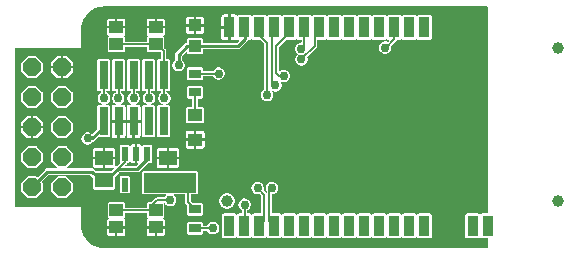
<source format=gbr>
G04 #@! TF.GenerationSoftware,KiCad,Pcbnew,9.0.1*
G04 #@! TF.CreationDate,2025-11-05T13:06:52+03:00*
G04 #@! TF.ProjectId,rpi-cc2652p-uart,7270692d-6363-4323-9635-32702d756172,rev?*
G04 #@! TF.SameCoordinates,Original*
G04 #@! TF.FileFunction,Copper,L1,Top*
G04 #@! TF.FilePolarity,Positive*
%FSLAX46Y46*%
G04 Gerber Fmt 4.6, Leading zero omitted, Abs format (unit mm)*
G04 Created by KiCad (PCBNEW 9.0.1) date 2025-11-05 13:06:52*
%MOMM*%
%LPD*%
G01*
G04 APERTURE LIST*
G04 Aperture macros list*
%AMRoundRect*
0 Rectangle with rounded corners*
0 $1 Rounding radius*
0 $2 $3 $4 $5 $6 $7 $8 $9 X,Y pos of 4 corners*
0 Add a 4 corners polygon primitive as box body*
4,1,4,$2,$3,$4,$5,$6,$7,$8,$9,$2,$3,0*
0 Add four circle primitives for the rounded corners*
1,1,$1+$1,$2,$3*
1,1,$1+$1,$4,$5*
1,1,$1+$1,$6,$7*
1,1,$1+$1,$8,$9*
0 Add four rect primitives between the rounded corners*
20,1,$1+$1,$2,$3,$4,$5,0*
20,1,$1+$1,$4,$5,$6,$7,0*
20,1,$1+$1,$6,$7,$8,$9,0*
20,1,$1+$1,$8,$9,$2,$3,0*%
%AMOutline5P*
0 Free polygon, 5 corners , with rotation*
0 The origin of the aperture is its center*
0 number of corners: always 5*
0 $1 to $10 corner X, Y*
0 $11 Rotation angle, in degrees counterclockwise*
0 create outline with 5 corners*
4,1,5,$1,$2,$3,$4,$5,$6,$7,$8,$9,$10,$1,$2,$11*%
%AMOutline6P*
0 Free polygon, 6 corners , with rotation*
0 The origin of the aperture is its center*
0 number of corners: always 6*
0 $1 to $12 corner X, Y*
0 $13 Rotation angle, in degrees counterclockwise*
0 create outline with 6 corners*
4,1,6,$1,$2,$3,$4,$5,$6,$7,$8,$9,$10,$11,$12,$1,$2,$13*%
%AMOutline7P*
0 Free polygon, 7 corners , with rotation*
0 The origin of the aperture is its center*
0 number of corners: always 7*
0 $1 to $14 corner X, Y*
0 $15 Rotation angle, in degrees counterclockwise*
0 create outline with 7 corners*
4,1,7,$1,$2,$3,$4,$5,$6,$7,$8,$9,$10,$11,$12,$13,$14,$1,$2,$15*%
%AMOutline8P*
0 Free polygon, 8 corners , with rotation*
0 The origin of the aperture is its center*
0 number of corners: always 8*
0 $1 to $16 corner X, Y*
0 $17 Rotation angle, in degrees counterclockwise*
0 create outline with 8 corners*
4,1,8,$1,$2,$3,$4,$5,$6,$7,$8,$9,$10,$11,$12,$13,$14,$15,$16,$1,$2,$17*%
G04 Aperture macros list end*
G04 #@! TA.AperFunction,SMDPad,CuDef*
%ADD10R,0.550000X1.200000*%
G04 #@! TD*
G04 #@! TA.AperFunction,SMDPad,CuDef*
%ADD11R,0.940000X1.800000*%
G04 #@! TD*
G04 #@! TA.AperFunction,SMDPad,CuDef*
%ADD12R,1.080000X1.050000*%
G04 #@! TD*
G04 #@! TA.AperFunction,SMDPad,CuDef*
%ADD13R,1.500000X1.300000*%
G04 #@! TD*
G04 #@! TA.AperFunction,SMDPad,CuDef*
%ADD14R,1.150000X1.050000*%
G04 #@! TD*
G04 #@! TA.AperFunction,SMDPad,CuDef*
%ADD15R,0.760000X2.400000*%
G04 #@! TD*
G04 #@! TA.AperFunction,SMDPad,CuDef*
%ADD16R,1.000000X0.800000*%
G04 #@! TD*
G04 #@! TA.AperFunction,SMDPad,CuDef*
%ADD17RoundRect,0.500000X-0.000010X-0.000010X0.000010X-0.000010X0.000010X0.000010X-0.000010X0.000010X0*%
G04 #@! TD*
G04 #@! TA.AperFunction,SMDPad,CuDef*
%ADD18R,1.200000X1.100000*%
G04 #@! TD*
G04 #@! TA.AperFunction,ComponentPad*
%ADD19Outline8P,-0.762000X0.315631X-0.315631X0.762000X0.315631X0.762000X0.762000X0.315631X0.762000X-0.315631X0.315631X-0.762000X-0.315631X-0.762000X-0.762000X-0.315631X90.000000*%
G04 #@! TD*
G04 #@! TA.AperFunction,ViaPad*
%ADD20C,0.750000*%
G04 #@! TD*
G04 #@! TA.AperFunction,Conductor*
%ADD21C,0.254000*%
G04 #@! TD*
G04 #@! TA.AperFunction,Conductor*
%ADD22C,0.152400*%
G04 #@! TD*
G04 APERTURE END LIST*
D10*
X136151100Y-107253500D03*
X135201100Y-107253500D03*
X134251100Y-107253500D03*
X134251100Y-109853700D03*
X136151100Y-109853700D03*
D11*
X164971100Y-113353600D03*
X159611100Y-96553600D03*
X158341100Y-96553600D03*
X157071100Y-96553600D03*
X155801100Y-96553600D03*
X154531100Y-96553600D03*
X153261100Y-96553600D03*
X151991100Y-96553600D03*
X150721100Y-96553600D03*
X149451100Y-96553600D03*
X143101100Y-113353600D03*
X144371100Y-113353600D03*
X145641100Y-113353600D03*
X146911100Y-113353600D03*
X148181100Y-113353600D03*
X149451100Y-113353600D03*
X150721100Y-113353600D03*
X151991100Y-113353600D03*
X153261100Y-113353600D03*
X154531100Y-113353600D03*
X155801100Y-113353600D03*
X157071100Y-113353600D03*
X158341100Y-113353600D03*
X159611100Y-113353600D03*
X143101100Y-96553600D03*
X163701100Y-113353600D03*
X148181100Y-96553600D03*
X145641100Y-96553600D03*
X146911100Y-96553600D03*
X144371100Y-96553600D03*
D12*
X140201100Y-96378600D03*
X140201100Y-98128600D03*
D13*
X132501100Y-107603600D03*
X132501100Y-109503600D03*
D14*
X133526100Y-112028600D03*
X133526100Y-113478600D03*
X136876100Y-112028600D03*
X136876100Y-113478600D03*
D15*
X132461100Y-104503600D03*
X132461100Y-100603600D03*
X133731100Y-104503600D03*
X133731100Y-100603600D03*
X135001100Y-104503600D03*
X135001100Y-100603600D03*
X136271100Y-104503600D03*
X136271100Y-100603600D03*
X137541100Y-104503600D03*
X137541100Y-100603600D03*
D16*
X140201100Y-100453600D03*
X140201100Y-102053600D03*
X140201100Y-113553600D03*
X140201100Y-111953600D03*
D17*
X170901100Y-98253600D03*
D14*
X136876100Y-97978600D03*
X136876100Y-96528600D03*
X133526100Y-97978600D03*
X133526100Y-96528600D03*
D18*
X140201100Y-106053600D03*
X140201100Y-103953600D03*
D13*
X137901100Y-107603600D03*
X137901100Y-109503600D03*
D17*
X142901100Y-111253600D03*
X170901100Y-111253600D03*
D19*
X126398100Y-110056600D03*
X128938100Y-110056600D03*
X126398100Y-107516600D03*
X128938100Y-107516600D03*
X126398100Y-104976600D03*
X128938100Y-104976600D03*
X126398100Y-102436600D03*
X128938100Y-102436600D03*
X126398100Y-99896600D03*
X128938100Y-99896600D03*
D20*
X138801100Y-99752400D03*
X131101100Y-105953600D03*
X139601100Y-109553600D03*
X160901100Y-103253600D03*
X160901100Y-107253600D03*
X151901100Y-103253600D03*
X144601100Y-100753600D03*
X151901100Y-107253600D03*
X142901100Y-107253600D03*
X149201100Y-99253600D03*
X149201100Y-98353600D03*
X147701100Y-100653600D03*
X141701100Y-113553600D03*
X137601100Y-102553600D03*
X132501100Y-102553600D03*
X147001100Y-101453600D03*
X133701100Y-102553600D03*
X146301100Y-102253600D03*
X135001100Y-102553600D03*
X145501100Y-110153600D03*
X146701100Y-110153600D03*
X136301100Y-102553600D03*
X138101100Y-111153600D03*
X144401100Y-111553600D03*
X142201100Y-100453600D03*
X156301100Y-98253600D03*
D21*
X132461100Y-104503600D02*
X132461100Y-105003600D01*
X144401100Y-97553600D02*
X144401100Y-96583600D01*
X140201100Y-98128600D02*
X139524900Y-98128600D01*
X140201100Y-98128600D02*
X143826100Y-98128600D01*
X139524900Y-98128600D02*
X138801100Y-98852400D01*
X138801100Y-99752400D02*
X138801100Y-98852400D01*
X132461100Y-105003600D02*
X131511100Y-105953600D01*
X144401100Y-96583600D02*
X144371100Y-96553600D01*
X131101100Y-105953600D02*
X131511100Y-105953600D01*
X143826100Y-98128600D02*
X144401100Y-97553600D01*
D22*
X140201100Y-111953600D02*
X139601100Y-111353600D01*
X139601100Y-109553600D02*
X139601100Y-111353600D01*
X150321100Y-98133600D02*
X149201100Y-99253600D01*
X150321100Y-96953600D02*
X150321100Y-98133600D01*
X150721100Y-96553600D02*
X150321100Y-96953600D01*
X149451100Y-98103600D02*
X149201100Y-98353600D01*
X149451100Y-96553600D02*
X149451100Y-98103600D01*
X147301100Y-100653600D02*
X147081100Y-100433600D01*
X148181100Y-97053600D02*
X147081100Y-98153600D01*
X147081100Y-98153600D02*
X147081100Y-100433600D01*
X147701100Y-100653600D02*
X147301100Y-100653600D01*
X137541100Y-98543600D02*
X136976100Y-97978600D01*
X140201100Y-113553600D02*
X141701100Y-113553600D01*
X136876100Y-97978600D02*
X136976100Y-97978600D01*
X148181100Y-96553600D02*
X148181100Y-97053600D01*
X137541100Y-98543600D02*
X137541100Y-100603600D01*
X137541100Y-100603600D02*
X137541100Y-102493600D01*
X133526100Y-97978600D02*
X136876100Y-97978600D01*
X137541100Y-102493600D02*
X137601100Y-102553600D01*
X132461100Y-102513600D02*
X132501100Y-102553600D01*
X132461100Y-100603600D02*
X132461100Y-102513600D01*
X146701100Y-101153600D02*
X147001100Y-101453600D01*
X146701100Y-96763600D02*
X146701100Y-101153600D01*
X146911100Y-96553600D02*
X146701100Y-96763600D01*
X146301100Y-97853600D02*
X145641100Y-97193600D01*
X145641100Y-97193600D02*
X145641100Y-96553600D01*
X146301100Y-97853600D02*
X146301100Y-102253600D01*
X133731100Y-102523600D02*
X133701100Y-102553600D01*
X133731100Y-100603600D02*
X133731100Y-102523600D01*
X145501100Y-110153600D02*
X146051100Y-110703600D01*
X135001100Y-100603600D02*
X135001100Y-102553600D01*
X146051100Y-110703600D02*
X146051100Y-112943600D01*
X146051100Y-112943600D02*
X145641100Y-113353600D01*
X146701100Y-110153600D02*
X146501100Y-110353600D01*
X146501100Y-110353600D02*
X146501100Y-112943600D01*
X136271100Y-102523600D02*
X136301100Y-102553600D01*
X146501100Y-112943600D02*
X146911100Y-113353600D01*
X136271100Y-100603600D02*
X136271100Y-102523600D01*
X138101100Y-111153600D02*
X137001100Y-111153600D01*
X137001100Y-111153600D02*
X136576100Y-111578600D01*
X144401100Y-111553600D02*
X144401100Y-113483600D01*
X144401100Y-113483600D02*
X144371100Y-113353600D01*
X136876100Y-112028600D02*
X133526100Y-112028600D01*
X136576100Y-111578600D02*
X136876100Y-112028600D01*
D21*
X133651100Y-108553600D02*
X132701100Y-109503600D01*
D22*
X134251100Y-107253500D02*
X134251100Y-107953600D01*
D21*
X132201100Y-109503600D02*
X132501100Y-109503600D01*
X132201100Y-109503600D02*
X131451100Y-108753600D01*
X136151100Y-107703600D02*
X135301100Y-108553600D01*
X136151100Y-107253500D02*
X136151100Y-107703600D01*
X126398100Y-110056600D02*
X127701100Y-108753600D01*
D22*
X134251100Y-107953600D02*
X133651100Y-108553600D01*
D21*
X135301100Y-108553600D02*
X133651100Y-108553600D01*
X132501100Y-109503600D02*
X132701100Y-109503600D01*
X127701100Y-108753600D02*
X131451100Y-108753600D01*
D22*
X140201100Y-102053600D02*
X140201100Y-103953600D01*
X156371100Y-98253600D02*
X156301100Y-98253600D01*
X157071100Y-96553600D02*
X157071100Y-97553600D01*
X142201100Y-100453600D02*
X140201100Y-100453600D01*
X157071100Y-97553600D02*
X156371100Y-98253600D01*
G04 #@! TA.AperFunction,Conductor*
G36*
X164966434Y-94789966D02*
G01*
X164977300Y-94816200D01*
X164977300Y-112266000D01*
X164966434Y-112292234D01*
X164940200Y-112303100D01*
X164486274Y-112303100D01*
X164442379Y-112311832D01*
X164442376Y-112311834D01*
X164392597Y-112345094D01*
X164392596Y-112345095D01*
X164366948Y-112383481D01*
X164343338Y-112399256D01*
X164315488Y-112393717D01*
X164305252Y-112383481D01*
X164295186Y-112368417D01*
X164279604Y-112345096D01*
X164279603Y-112345095D01*
X164279602Y-112345094D01*
X164229823Y-112311834D01*
X164229822Y-112311833D01*
X164229821Y-112311832D01*
X164229820Y-112311832D01*
X164185925Y-112303100D01*
X164185920Y-112303100D01*
X163216280Y-112303100D01*
X163216274Y-112303100D01*
X163172379Y-112311832D01*
X163172376Y-112311834D01*
X163122597Y-112345094D01*
X163122594Y-112345097D01*
X163089334Y-112394876D01*
X163089332Y-112394879D01*
X163080600Y-112438774D01*
X163080600Y-114268425D01*
X163089332Y-114312320D01*
X163089334Y-114312323D01*
X163122594Y-114362102D01*
X163122596Y-114362104D01*
X163172378Y-114395367D01*
X163194628Y-114399793D01*
X163216274Y-114404099D01*
X163216276Y-114404099D01*
X163216280Y-114404100D01*
X163216283Y-114404100D01*
X164185917Y-114404100D01*
X164185920Y-114404100D01*
X164229822Y-114395367D01*
X164279604Y-114362104D01*
X164305252Y-114323719D01*
X164328862Y-114307943D01*
X164356711Y-114313482D01*
X164366948Y-114323719D01*
X164392594Y-114362102D01*
X164392596Y-114362104D01*
X164442378Y-114395367D01*
X164464628Y-114399793D01*
X164486274Y-114404099D01*
X164486276Y-114404099D01*
X164486280Y-114404100D01*
X164486283Y-114404100D01*
X164940200Y-114404100D01*
X164966434Y-114414966D01*
X164977300Y-114441200D01*
X164977300Y-115191000D01*
X164966434Y-115217234D01*
X164940200Y-115228100D01*
X132502321Y-115228100D01*
X132499895Y-115228021D01*
X132485471Y-115227075D01*
X132245798Y-115211366D01*
X132240987Y-115210732D01*
X131992445Y-115161295D01*
X131987763Y-115160040D01*
X131747796Y-115078582D01*
X131743313Y-115076725D01*
X131516034Y-114964644D01*
X131511831Y-114962217D01*
X131301119Y-114821423D01*
X131297269Y-114818469D01*
X131234123Y-114763092D01*
X131106738Y-114651378D01*
X131103321Y-114647961D01*
X130936230Y-114457430D01*
X130933276Y-114453580D01*
X130792482Y-114242868D01*
X130790055Y-114238665D01*
X130746095Y-114149523D01*
X130677973Y-114011385D01*
X130676120Y-114006910D01*
X130594655Y-113766926D01*
X130593407Y-113762265D01*
X130557112Y-113579801D01*
X132748701Y-113579801D01*
X132748701Y-114023537D01*
X132760444Y-114082572D01*
X132805176Y-114149520D01*
X132805179Y-114149523D01*
X132872126Y-114194254D01*
X132872129Y-114194256D01*
X132931165Y-114205999D01*
X133424898Y-114205999D01*
X133424900Y-114205998D01*
X133424900Y-113579801D01*
X133627300Y-113579801D01*
X133627300Y-114205998D01*
X133627301Y-114205999D01*
X134121030Y-114205999D01*
X134121037Y-114205998D01*
X134180072Y-114194255D01*
X134247020Y-114149523D01*
X134247023Y-114149520D01*
X134291754Y-114082573D01*
X134291756Y-114082570D01*
X134303499Y-114023538D01*
X134303500Y-114023530D01*
X134303500Y-113579801D01*
X136098701Y-113579801D01*
X136098701Y-114023537D01*
X136110444Y-114082572D01*
X136155176Y-114149520D01*
X136155179Y-114149523D01*
X136222126Y-114194254D01*
X136222129Y-114194256D01*
X136281165Y-114205999D01*
X136774898Y-114205999D01*
X136774900Y-114205998D01*
X136774900Y-113579801D01*
X136977300Y-113579801D01*
X136977300Y-114205998D01*
X136977301Y-114205999D01*
X137471030Y-114205999D01*
X137471037Y-114205998D01*
X137530072Y-114194255D01*
X137597020Y-114149523D01*
X137597023Y-114149520D01*
X137641754Y-114082573D01*
X137641756Y-114082570D01*
X137653499Y-114023538D01*
X137653500Y-114023530D01*
X137653500Y-113579801D01*
X137653499Y-113579800D01*
X136977301Y-113579800D01*
X136977300Y-113579801D01*
X136774900Y-113579801D01*
X136774899Y-113579800D01*
X136098702Y-113579800D01*
X136098701Y-113579801D01*
X134303500Y-113579801D01*
X134303499Y-113579800D01*
X133627301Y-113579800D01*
X133627300Y-113579801D01*
X133424900Y-113579801D01*
X133424899Y-113579800D01*
X132748702Y-113579800D01*
X132748701Y-113579801D01*
X130557112Y-113579801D01*
X130543966Y-113513711D01*
X130543333Y-113508900D01*
X130541728Y-113484418D01*
X130526679Y-113254805D01*
X130526600Y-113252379D01*
X130526600Y-112933661D01*
X132748700Y-112933661D01*
X132748700Y-113377399D01*
X132748701Y-113377400D01*
X134303498Y-113377400D01*
X134303499Y-113377399D01*
X134303499Y-112933670D01*
X134303498Y-112933662D01*
X134291755Y-112874627D01*
X134247023Y-112807679D01*
X134247020Y-112807676D01*
X134180073Y-112762945D01*
X134180071Y-112762944D01*
X134174376Y-112761811D01*
X134150767Y-112746034D01*
X134145229Y-112718184D01*
X134161004Y-112694576D01*
X134209604Y-112662104D01*
X134242867Y-112612322D01*
X134251600Y-112568420D01*
X134251600Y-112292400D01*
X134262466Y-112266166D01*
X134288700Y-112255300D01*
X136113500Y-112255300D01*
X136139734Y-112266166D01*
X136150600Y-112292400D01*
X136150600Y-112568425D01*
X136159332Y-112612320D01*
X136159334Y-112612323D01*
X136192594Y-112662102D01*
X136192596Y-112662104D01*
X136241195Y-112694576D01*
X136256971Y-112718185D01*
X136251432Y-112746035D01*
X136227824Y-112761811D01*
X136222126Y-112762944D01*
X136155179Y-112807676D01*
X136155176Y-112807679D01*
X136110445Y-112874626D01*
X136110443Y-112874629D01*
X136098700Y-112933661D01*
X136098700Y-113377399D01*
X136098701Y-113377400D01*
X137653498Y-113377400D01*
X137653499Y-113377399D01*
X137653499Y-113138774D01*
X139550600Y-113138774D01*
X139550600Y-113968425D01*
X139559332Y-114012320D01*
X139559334Y-114012323D01*
X139592594Y-114062102D01*
X139592596Y-114062104D01*
X139642378Y-114095367D01*
X139664628Y-114099793D01*
X139686274Y-114104099D01*
X139686276Y-114104099D01*
X139686280Y-114104100D01*
X139686283Y-114104100D01*
X140715917Y-114104100D01*
X140715920Y-114104100D01*
X140759822Y-114095367D01*
X140809604Y-114062104D01*
X140842867Y-114012322D01*
X140851600Y-113968420D01*
X140851600Y-113817400D01*
X140862466Y-113791166D01*
X140888700Y-113780300D01*
X141203770Y-113780300D01*
X141230004Y-113791166D01*
X141235899Y-113798848D01*
X141280595Y-113876265D01*
X141378435Y-113974105D01*
X141498264Y-114043288D01*
X141631917Y-114079100D01*
X141631918Y-114079100D01*
X141770282Y-114079100D01*
X141770283Y-114079100D01*
X141903936Y-114043288D01*
X142023765Y-113974105D01*
X142121605Y-113876265D01*
X142190788Y-113756436D01*
X142226600Y-113622783D01*
X142226600Y-113484417D01*
X142190788Y-113350764D01*
X142121605Y-113230935D01*
X142023765Y-113133095D01*
X141903936Y-113063912D01*
X141903933Y-113063911D01*
X141903931Y-113063910D01*
X141808862Y-113038437D01*
X141770283Y-113028100D01*
X141631917Y-113028100D01*
X141601979Y-113036121D01*
X141498268Y-113063910D01*
X141498264Y-113063911D01*
X141498264Y-113063912D01*
X141466160Y-113082447D01*
X141378437Y-113133093D01*
X141280593Y-113230937D01*
X141235900Y-113308350D01*
X141213372Y-113325636D01*
X141203770Y-113326900D01*
X140888700Y-113326900D01*
X140862466Y-113316034D01*
X140851600Y-113289800D01*
X140851600Y-113138782D01*
X140851599Y-113138774D01*
X140842867Y-113094879D01*
X140842867Y-113094878D01*
X140809604Y-113045096D01*
X140809602Y-113045094D01*
X140759823Y-113011834D01*
X140759822Y-113011833D01*
X140759821Y-113011832D01*
X140759820Y-113011832D01*
X140715925Y-113003100D01*
X140715920Y-113003100D01*
X139686280Y-113003100D01*
X139686274Y-113003100D01*
X139642379Y-113011832D01*
X139642376Y-113011834D01*
X139592597Y-113045094D01*
X139592594Y-113045097D01*
X139559334Y-113094876D01*
X139559332Y-113094879D01*
X139550600Y-113138774D01*
X137653499Y-113138774D01*
X137653499Y-112933670D01*
X137653498Y-112933662D01*
X137641755Y-112874627D01*
X137597023Y-112807679D01*
X137597020Y-112807676D01*
X137530073Y-112762945D01*
X137530071Y-112762944D01*
X137524376Y-112761811D01*
X137500767Y-112746034D01*
X137495229Y-112718184D01*
X137511004Y-112694576D01*
X137559604Y-112662104D01*
X137592867Y-112612322D01*
X137601600Y-112568420D01*
X137601600Y-111488780D01*
X137600120Y-111481342D01*
X137605658Y-111453495D01*
X137629266Y-111437717D01*
X137657116Y-111443255D01*
X137668636Y-111455553D01*
X137680592Y-111476261D01*
X137680593Y-111476262D01*
X137680595Y-111476265D01*
X137778435Y-111574105D01*
X137898264Y-111643288D01*
X138031917Y-111679100D01*
X138031918Y-111679100D01*
X138170282Y-111679100D01*
X138170283Y-111679100D01*
X138303936Y-111643288D01*
X138423765Y-111574105D01*
X138521605Y-111476265D01*
X138590788Y-111356436D01*
X138626600Y-111222783D01*
X138626600Y-111084417D01*
X138590788Y-110950764D01*
X138521605Y-110830935D01*
X138439302Y-110748632D01*
X138428437Y-110722400D01*
X138439303Y-110696166D01*
X138465537Y-110685300D01*
X139337300Y-110685300D01*
X139363534Y-110696166D01*
X139374400Y-110722400D01*
X139374400Y-111398695D01*
X139408911Y-111482013D01*
X139408912Y-111482014D01*
X139408913Y-111482016D01*
X139539734Y-111612837D01*
X139550600Y-111639070D01*
X139550600Y-112368425D01*
X139559332Y-112412320D01*
X139559332Y-112412321D01*
X139559333Y-112412322D01*
X139562021Y-112416345D01*
X139592594Y-112462102D01*
X139592596Y-112462104D01*
X139642378Y-112495367D01*
X139664628Y-112499793D01*
X139686274Y-112504099D01*
X139686276Y-112504099D01*
X139686280Y-112504100D01*
X139686283Y-112504100D01*
X140715917Y-112504100D01*
X140715920Y-112504100D01*
X140759822Y-112495367D01*
X140809604Y-112462104D01*
X140825192Y-112438774D01*
X142480600Y-112438774D01*
X142480600Y-114268425D01*
X142489332Y-114312320D01*
X142489334Y-114312323D01*
X142522594Y-114362102D01*
X142522596Y-114362104D01*
X142572378Y-114395367D01*
X142594628Y-114399793D01*
X142616274Y-114404099D01*
X142616276Y-114404099D01*
X142616280Y-114404100D01*
X142616283Y-114404100D01*
X143585917Y-114404100D01*
X143585920Y-114404100D01*
X143629822Y-114395367D01*
X143679604Y-114362104D01*
X143705252Y-114323719D01*
X143728862Y-114307943D01*
X143756711Y-114313482D01*
X143766948Y-114323719D01*
X143792594Y-114362102D01*
X143792596Y-114362104D01*
X143842378Y-114395367D01*
X143864628Y-114399793D01*
X143886274Y-114404099D01*
X143886276Y-114404099D01*
X143886280Y-114404100D01*
X143886283Y-114404100D01*
X144855917Y-114404100D01*
X144855920Y-114404100D01*
X144899822Y-114395367D01*
X144949604Y-114362104D01*
X144975252Y-114323719D01*
X144998862Y-114307943D01*
X145026711Y-114313482D01*
X145036948Y-114323719D01*
X145062594Y-114362102D01*
X145062596Y-114362104D01*
X145112378Y-114395367D01*
X145134628Y-114399793D01*
X145156274Y-114404099D01*
X145156276Y-114404099D01*
X145156280Y-114404100D01*
X145156283Y-114404100D01*
X146125917Y-114404100D01*
X146125920Y-114404100D01*
X146169822Y-114395367D01*
X146219604Y-114362104D01*
X146245252Y-114323719D01*
X146268862Y-114307943D01*
X146296711Y-114313482D01*
X146306948Y-114323719D01*
X146332594Y-114362102D01*
X146332596Y-114362104D01*
X146382378Y-114395367D01*
X146404628Y-114399793D01*
X146426274Y-114404099D01*
X146426276Y-114404099D01*
X146426280Y-114404100D01*
X146426283Y-114404100D01*
X147395917Y-114404100D01*
X147395920Y-114404100D01*
X147439822Y-114395367D01*
X147489604Y-114362104D01*
X147515252Y-114323719D01*
X147538862Y-114307943D01*
X147566711Y-114313482D01*
X147576948Y-114323719D01*
X147602594Y-114362102D01*
X147602596Y-114362104D01*
X147652378Y-114395367D01*
X147674628Y-114399793D01*
X147696274Y-114404099D01*
X147696276Y-114404099D01*
X147696280Y-114404100D01*
X147696283Y-114404100D01*
X148665917Y-114404100D01*
X148665920Y-114404100D01*
X148709822Y-114395367D01*
X148759604Y-114362104D01*
X148785252Y-114323719D01*
X148808862Y-114307943D01*
X148836711Y-114313482D01*
X148846948Y-114323719D01*
X148872594Y-114362102D01*
X148872596Y-114362104D01*
X148922378Y-114395367D01*
X148944628Y-114399793D01*
X148966274Y-114404099D01*
X148966276Y-114404099D01*
X148966280Y-114404100D01*
X148966283Y-114404100D01*
X149935917Y-114404100D01*
X149935920Y-114404100D01*
X149979822Y-114395367D01*
X150029604Y-114362104D01*
X150055252Y-114323719D01*
X150078862Y-114307943D01*
X150106711Y-114313482D01*
X150116948Y-114323719D01*
X150142594Y-114362102D01*
X150142596Y-114362104D01*
X150192378Y-114395367D01*
X150214628Y-114399793D01*
X150236274Y-114404099D01*
X150236276Y-114404099D01*
X150236280Y-114404100D01*
X150236283Y-114404100D01*
X151205917Y-114404100D01*
X151205920Y-114404100D01*
X151249822Y-114395367D01*
X151299604Y-114362104D01*
X151325252Y-114323719D01*
X151348862Y-114307943D01*
X151376711Y-114313482D01*
X151386948Y-114323719D01*
X151412594Y-114362102D01*
X151412596Y-114362104D01*
X151462378Y-114395367D01*
X151484628Y-114399793D01*
X151506274Y-114404099D01*
X151506276Y-114404099D01*
X151506280Y-114404100D01*
X151506283Y-114404100D01*
X152475917Y-114404100D01*
X152475920Y-114404100D01*
X152519822Y-114395367D01*
X152569604Y-114362104D01*
X152595252Y-114323719D01*
X152618862Y-114307943D01*
X152646711Y-114313482D01*
X152656948Y-114323719D01*
X152682594Y-114362102D01*
X152682596Y-114362104D01*
X152732378Y-114395367D01*
X152754628Y-114399793D01*
X152776274Y-114404099D01*
X152776276Y-114404099D01*
X152776280Y-114404100D01*
X152776283Y-114404100D01*
X153745917Y-114404100D01*
X153745920Y-114404100D01*
X153789822Y-114395367D01*
X153839604Y-114362104D01*
X153865252Y-114323719D01*
X153888862Y-114307943D01*
X153916711Y-114313482D01*
X153926948Y-114323719D01*
X153952594Y-114362102D01*
X153952596Y-114362104D01*
X154002378Y-114395367D01*
X154024628Y-114399793D01*
X154046274Y-114404099D01*
X154046276Y-114404099D01*
X154046280Y-114404100D01*
X154046283Y-114404100D01*
X155015917Y-114404100D01*
X155015920Y-114404100D01*
X155059822Y-114395367D01*
X155109604Y-114362104D01*
X155135252Y-114323719D01*
X155158862Y-114307943D01*
X155186711Y-114313482D01*
X155196948Y-114323719D01*
X155222594Y-114362102D01*
X155222596Y-114362104D01*
X155272378Y-114395367D01*
X155294628Y-114399793D01*
X155316274Y-114404099D01*
X155316276Y-114404099D01*
X155316280Y-114404100D01*
X155316283Y-114404100D01*
X156285917Y-114404100D01*
X156285920Y-114404100D01*
X156329822Y-114395367D01*
X156379604Y-114362104D01*
X156405252Y-114323719D01*
X156428862Y-114307943D01*
X156456711Y-114313482D01*
X156466948Y-114323719D01*
X156492594Y-114362102D01*
X156492596Y-114362104D01*
X156542378Y-114395367D01*
X156564628Y-114399793D01*
X156586274Y-114404099D01*
X156586276Y-114404099D01*
X156586280Y-114404100D01*
X156586283Y-114404100D01*
X157555917Y-114404100D01*
X157555920Y-114404100D01*
X157599822Y-114395367D01*
X157649604Y-114362104D01*
X157675252Y-114323719D01*
X157698862Y-114307943D01*
X157726711Y-114313482D01*
X157736948Y-114323719D01*
X157762594Y-114362102D01*
X157762596Y-114362104D01*
X157812378Y-114395367D01*
X157834628Y-114399793D01*
X157856274Y-114404099D01*
X157856276Y-114404099D01*
X157856280Y-114404100D01*
X157856283Y-114404100D01*
X158825917Y-114404100D01*
X158825920Y-114404100D01*
X158869822Y-114395367D01*
X158919604Y-114362104D01*
X158945252Y-114323719D01*
X158968862Y-114307943D01*
X158996711Y-114313482D01*
X159006948Y-114323719D01*
X159032594Y-114362102D01*
X159032596Y-114362104D01*
X159082378Y-114395367D01*
X159104628Y-114399793D01*
X159126274Y-114404099D01*
X159126276Y-114404099D01*
X159126280Y-114404100D01*
X159126283Y-114404100D01*
X160095917Y-114404100D01*
X160095920Y-114404100D01*
X160139822Y-114395367D01*
X160189604Y-114362104D01*
X160222867Y-114312322D01*
X160231600Y-114268420D01*
X160231600Y-112438780D01*
X160222867Y-112394878D01*
X160189604Y-112345096D01*
X160189603Y-112345095D01*
X160189602Y-112345094D01*
X160139823Y-112311834D01*
X160139822Y-112311833D01*
X160139821Y-112311832D01*
X160139820Y-112311832D01*
X160095925Y-112303100D01*
X160095920Y-112303100D01*
X159126280Y-112303100D01*
X159126274Y-112303100D01*
X159082379Y-112311832D01*
X159082376Y-112311834D01*
X159032597Y-112345094D01*
X159032596Y-112345095D01*
X159006948Y-112383481D01*
X158983338Y-112399256D01*
X158955488Y-112393717D01*
X158945252Y-112383481D01*
X158935186Y-112368417D01*
X158919604Y-112345096D01*
X158919603Y-112345095D01*
X158919602Y-112345094D01*
X158869823Y-112311834D01*
X158869822Y-112311833D01*
X158869821Y-112311832D01*
X158869820Y-112311832D01*
X158825925Y-112303100D01*
X158825920Y-112303100D01*
X157856280Y-112303100D01*
X157856274Y-112303100D01*
X157812379Y-112311832D01*
X157812376Y-112311834D01*
X157762597Y-112345094D01*
X157762596Y-112345095D01*
X157736948Y-112383481D01*
X157713338Y-112399256D01*
X157685488Y-112393717D01*
X157675252Y-112383481D01*
X157665186Y-112368417D01*
X157649604Y-112345096D01*
X157649603Y-112345095D01*
X157649602Y-112345094D01*
X157599823Y-112311834D01*
X157599822Y-112311833D01*
X157599821Y-112311832D01*
X157599820Y-112311832D01*
X157555925Y-112303100D01*
X157555920Y-112303100D01*
X156586280Y-112303100D01*
X156586274Y-112303100D01*
X156542379Y-112311832D01*
X156542376Y-112311834D01*
X156492597Y-112345094D01*
X156492596Y-112345095D01*
X156466948Y-112383481D01*
X156443338Y-112399256D01*
X156415488Y-112393717D01*
X156405252Y-112383481D01*
X156395186Y-112368417D01*
X156379604Y-112345096D01*
X156379603Y-112345095D01*
X156379602Y-112345094D01*
X156329823Y-112311834D01*
X156329822Y-112311833D01*
X156329821Y-112311832D01*
X156329820Y-112311832D01*
X156285925Y-112303100D01*
X156285920Y-112303100D01*
X155316280Y-112303100D01*
X155316274Y-112303100D01*
X155272379Y-112311832D01*
X155272376Y-112311834D01*
X155222597Y-112345094D01*
X155222596Y-112345095D01*
X155196948Y-112383481D01*
X155173338Y-112399256D01*
X155145488Y-112393717D01*
X155135252Y-112383481D01*
X155125186Y-112368417D01*
X155109604Y-112345096D01*
X155109603Y-112345095D01*
X155109602Y-112345094D01*
X155059823Y-112311834D01*
X155059822Y-112311833D01*
X155059821Y-112311832D01*
X155059820Y-112311832D01*
X155015925Y-112303100D01*
X155015920Y-112303100D01*
X154046280Y-112303100D01*
X154046274Y-112303100D01*
X154002379Y-112311832D01*
X154002376Y-112311834D01*
X153952597Y-112345094D01*
X153952596Y-112345095D01*
X153926948Y-112383481D01*
X153903338Y-112399256D01*
X153875488Y-112393717D01*
X153865252Y-112383481D01*
X153855186Y-112368417D01*
X153839604Y-112345096D01*
X153839603Y-112345095D01*
X153839602Y-112345094D01*
X153789823Y-112311834D01*
X153789822Y-112311833D01*
X153789821Y-112311832D01*
X153789820Y-112311832D01*
X153745925Y-112303100D01*
X153745920Y-112303100D01*
X152776280Y-112303100D01*
X152776274Y-112303100D01*
X152732379Y-112311832D01*
X152732376Y-112311834D01*
X152682597Y-112345094D01*
X152682596Y-112345095D01*
X152656948Y-112383481D01*
X152633338Y-112399256D01*
X152605488Y-112393717D01*
X152595252Y-112383481D01*
X152585186Y-112368417D01*
X152569604Y-112345096D01*
X152569603Y-112345095D01*
X152569602Y-112345094D01*
X152519823Y-112311834D01*
X152519822Y-112311833D01*
X152519821Y-112311832D01*
X152519820Y-112311832D01*
X152475925Y-112303100D01*
X152475920Y-112303100D01*
X151506280Y-112303100D01*
X151506274Y-112303100D01*
X151462379Y-112311832D01*
X151462376Y-112311834D01*
X151412597Y-112345094D01*
X151412596Y-112345095D01*
X151386948Y-112383481D01*
X151363338Y-112399256D01*
X151335488Y-112393717D01*
X151325252Y-112383481D01*
X151315186Y-112368417D01*
X151299604Y-112345096D01*
X151299603Y-112345095D01*
X151299602Y-112345094D01*
X151249823Y-112311834D01*
X151249822Y-112311833D01*
X151249821Y-112311832D01*
X151249820Y-112311832D01*
X151205925Y-112303100D01*
X151205920Y-112303100D01*
X150236280Y-112303100D01*
X150236274Y-112303100D01*
X150192379Y-112311832D01*
X150192376Y-112311834D01*
X150142597Y-112345094D01*
X150142596Y-112345095D01*
X150116948Y-112383481D01*
X150093338Y-112399256D01*
X150065488Y-112393717D01*
X150055252Y-112383481D01*
X150045186Y-112368417D01*
X150029604Y-112345096D01*
X150029603Y-112345095D01*
X150029602Y-112345094D01*
X149979823Y-112311834D01*
X149979822Y-112311833D01*
X149979821Y-112311832D01*
X149979820Y-112311832D01*
X149935925Y-112303100D01*
X149935920Y-112303100D01*
X148966280Y-112303100D01*
X148966274Y-112303100D01*
X148922379Y-112311832D01*
X148922376Y-112311834D01*
X148872597Y-112345094D01*
X148872596Y-112345095D01*
X148846948Y-112383481D01*
X148823338Y-112399256D01*
X148795488Y-112393717D01*
X148785252Y-112383481D01*
X148775186Y-112368417D01*
X148759604Y-112345096D01*
X148759603Y-112345095D01*
X148759602Y-112345094D01*
X148709823Y-112311834D01*
X148709822Y-112311833D01*
X148709821Y-112311832D01*
X148709820Y-112311832D01*
X148665925Y-112303100D01*
X148665920Y-112303100D01*
X147696280Y-112303100D01*
X147696274Y-112303100D01*
X147652379Y-112311832D01*
X147652376Y-112311834D01*
X147602597Y-112345094D01*
X147602596Y-112345095D01*
X147576948Y-112383481D01*
X147553338Y-112399256D01*
X147525488Y-112393717D01*
X147515252Y-112383481D01*
X147505186Y-112368417D01*
X147489604Y-112345096D01*
X147489603Y-112345095D01*
X147489602Y-112345094D01*
X147439823Y-112311834D01*
X147439822Y-112311833D01*
X147439821Y-112311832D01*
X147439820Y-112311832D01*
X147395925Y-112303100D01*
X147395920Y-112303100D01*
X146764900Y-112303100D01*
X146738666Y-112292234D01*
X146727800Y-112266000D01*
X146727800Y-110716200D01*
X146738666Y-110689966D01*
X146764900Y-110679100D01*
X146770282Y-110679100D01*
X146770283Y-110679100D01*
X146903936Y-110643288D01*
X147023765Y-110574105D01*
X147121605Y-110476265D01*
X147190788Y-110356436D01*
X147226600Y-110222783D01*
X147226600Y-110084417D01*
X147190788Y-109950764D01*
X147121605Y-109830935D01*
X147023765Y-109733095D01*
X147011713Y-109726137D01*
X146995954Y-109717038D01*
X146903936Y-109663912D01*
X146903933Y-109663911D01*
X146903931Y-109663910D01*
X146791630Y-109633820D01*
X146770283Y-109628100D01*
X146631917Y-109628100D01*
X146610570Y-109633820D01*
X146498268Y-109663910D01*
X146498264Y-109663911D01*
X146498264Y-109663912D01*
X146466512Y-109682244D01*
X146378437Y-109733093D01*
X146280593Y-109830937D01*
X146211410Y-109950768D01*
X146183621Y-110054479D01*
X146175600Y-110084417D01*
X146175600Y-110222783D01*
X146211412Y-110356436D01*
X146254436Y-110430955D01*
X146269430Y-110456925D01*
X146269996Y-110461226D01*
X146272761Y-110464569D01*
X146274400Y-110475475D01*
X146274400Y-110516730D01*
X146263534Y-110542964D01*
X146237300Y-110553830D01*
X146211066Y-110542964D01*
X146179515Y-110511413D01*
X146013065Y-110344962D01*
X146002199Y-110318728D01*
X146003461Y-110309135D01*
X146026600Y-110222783D01*
X146026600Y-110084417D01*
X145990788Y-109950764D01*
X145921605Y-109830935D01*
X145823765Y-109733095D01*
X145811713Y-109726137D01*
X145795954Y-109717038D01*
X145703936Y-109663912D01*
X145703933Y-109663911D01*
X145703931Y-109663910D01*
X145591630Y-109633820D01*
X145570283Y-109628100D01*
X145431917Y-109628100D01*
X145410570Y-109633820D01*
X145298268Y-109663910D01*
X145298264Y-109663911D01*
X145298264Y-109663912D01*
X145266512Y-109682244D01*
X145178437Y-109733093D01*
X145080593Y-109830937D01*
X145011410Y-109950768D01*
X144983621Y-110054479D01*
X144975600Y-110084417D01*
X144975600Y-110222783D01*
X144986136Y-110262104D01*
X145011410Y-110356431D01*
X145011411Y-110356433D01*
X145011412Y-110356436D01*
X145080595Y-110476265D01*
X145178435Y-110574105D01*
X145298264Y-110643288D01*
X145431917Y-110679100D01*
X145431918Y-110679100D01*
X145570280Y-110679100D01*
X145570283Y-110679100D01*
X145656628Y-110655963D01*
X145684778Y-110659669D01*
X145692462Y-110665565D01*
X145813534Y-110786636D01*
X145824400Y-110812870D01*
X145824400Y-112266000D01*
X145813534Y-112292234D01*
X145787300Y-112303100D01*
X145156274Y-112303100D01*
X145112379Y-112311832D01*
X145112376Y-112311834D01*
X145062597Y-112345094D01*
X145062596Y-112345095D01*
X145036948Y-112383481D01*
X145013338Y-112399256D01*
X144985488Y-112393717D01*
X144975252Y-112383481D01*
X144965186Y-112368417D01*
X144949604Y-112345096D01*
X144949603Y-112345095D01*
X144949602Y-112345094D01*
X144899823Y-112311834D01*
X144899822Y-112311833D01*
X144899821Y-112311832D01*
X144899820Y-112311832D01*
X144855925Y-112303100D01*
X144855920Y-112303100D01*
X144664900Y-112303100D01*
X144638666Y-112292234D01*
X144627800Y-112266000D01*
X144627800Y-112050930D01*
X144638666Y-112024696D01*
X144646350Y-112018800D01*
X144723765Y-111974105D01*
X144821605Y-111876265D01*
X144890788Y-111756436D01*
X144926600Y-111622783D01*
X144926600Y-111484417D01*
X144890788Y-111350764D01*
X144821605Y-111230935D01*
X144723765Y-111133095D01*
X144603936Y-111063912D01*
X144603933Y-111063911D01*
X144603931Y-111063910D01*
X144508862Y-111038437D01*
X144470283Y-111028100D01*
X144331917Y-111028100D01*
X144301979Y-111036121D01*
X144198268Y-111063910D01*
X144198264Y-111063911D01*
X144198264Y-111063912D01*
X144166160Y-111082447D01*
X144078437Y-111133093D01*
X143980593Y-111230937D01*
X143911410Y-111350768D01*
X143886136Y-111445096D01*
X143875600Y-111484417D01*
X143875600Y-111622783D01*
X143881095Y-111643289D01*
X143911410Y-111756431D01*
X143911411Y-111756433D01*
X143911412Y-111756436D01*
X143980595Y-111876265D01*
X144078435Y-111974105D01*
X144078437Y-111974106D01*
X144155850Y-112018800D01*
X144173136Y-112041328D01*
X144174400Y-112050930D01*
X144174400Y-112266000D01*
X144163534Y-112292234D01*
X144137300Y-112303100D01*
X143886274Y-112303100D01*
X143842379Y-112311832D01*
X143842376Y-112311834D01*
X143792597Y-112345094D01*
X143792596Y-112345095D01*
X143766948Y-112383481D01*
X143743338Y-112399256D01*
X143715488Y-112393717D01*
X143705252Y-112383481D01*
X143695186Y-112368417D01*
X143679604Y-112345096D01*
X143679603Y-112345095D01*
X143679602Y-112345094D01*
X143629823Y-112311834D01*
X143629822Y-112311833D01*
X143629821Y-112311832D01*
X143629820Y-112311832D01*
X143585925Y-112303100D01*
X143585920Y-112303100D01*
X142616280Y-112303100D01*
X142616274Y-112303100D01*
X142572379Y-112311832D01*
X142572376Y-112311834D01*
X142522597Y-112345094D01*
X142522594Y-112345097D01*
X142489334Y-112394876D01*
X142489332Y-112394879D01*
X142480600Y-112438774D01*
X140825192Y-112438774D01*
X140842867Y-112412322D01*
X140851600Y-112368420D01*
X140851600Y-111538780D01*
X140842867Y-111494878D01*
X140809604Y-111445096D01*
X140809602Y-111445094D01*
X140759823Y-111411834D01*
X140759822Y-111411833D01*
X140759821Y-111411832D01*
X140759820Y-111411832D01*
X140715925Y-111403100D01*
X140715920Y-111403100D01*
X139986571Y-111403100D01*
X139960337Y-111392234D01*
X139838666Y-111270563D01*
X139827800Y-111244329D01*
X139827800Y-111187906D01*
X142250600Y-111187906D01*
X142250600Y-111319294D01*
X142253502Y-111356169D01*
X142299356Y-111513998D01*
X142383019Y-111655465D01*
X142499235Y-111771681D01*
X142640702Y-111855344D01*
X142798531Y-111901198D01*
X142835406Y-111904100D01*
X142835414Y-111904100D01*
X142966786Y-111904100D01*
X142966794Y-111904100D01*
X143003669Y-111901198D01*
X143161498Y-111855344D01*
X143302965Y-111771681D01*
X143419181Y-111655465D01*
X143502844Y-111513998D01*
X143548698Y-111356169D01*
X143551600Y-111319294D01*
X143551600Y-111187906D01*
X143548698Y-111151031D01*
X143502844Y-110993202D01*
X143419181Y-110851735D01*
X143302965Y-110735519D01*
X143161498Y-110651856D01*
X143003669Y-110606002D01*
X142966796Y-110603100D01*
X142966794Y-110603100D01*
X142835406Y-110603100D01*
X142835403Y-110603100D01*
X142798530Y-110606002D01*
X142640701Y-110651856D01*
X142499236Y-110735518D01*
X142383018Y-110851736D01*
X142299356Y-110993201D01*
X142258714Y-111133093D01*
X142253502Y-111151031D01*
X142250600Y-111187906D01*
X139827800Y-111187906D01*
X139827800Y-110722400D01*
X139838666Y-110696166D01*
X139864900Y-110685300D01*
X140240197Y-110685300D01*
X140240200Y-110685300D01*
X140240203Y-110685299D01*
X140240206Y-110685299D01*
X140299700Y-110673465D01*
X140299700Y-110673464D01*
X140299705Y-110673464D01*
X140325939Y-110662598D01*
X140361098Y-110642299D01*
X140410098Y-110578439D01*
X140420964Y-110552205D01*
X140432800Y-110492700D01*
X140432800Y-108914500D01*
X140420964Y-108854995D01*
X140410098Y-108828761D01*
X140410095Y-108828756D01*
X140410094Y-108828753D01*
X140389800Y-108793603D01*
X140389799Y-108793602D01*
X140325939Y-108744602D01*
X140325936Y-108744601D01*
X140325934Y-108744599D01*
X140299709Y-108733737D01*
X140299700Y-108733734D01*
X140240206Y-108721900D01*
X140240200Y-108721900D01*
X138736142Y-108721900D01*
X138715530Y-108715647D01*
X138709825Y-108711835D01*
X138709824Y-108711834D01*
X138709822Y-108711833D01*
X138709817Y-108711832D01*
X138665925Y-108703100D01*
X138665920Y-108703100D01*
X137136280Y-108703100D01*
X137136274Y-108703100D01*
X137092382Y-108711832D01*
X137092380Y-108711832D01*
X137092378Y-108711833D01*
X137092376Y-108711834D01*
X137092374Y-108711835D01*
X137086670Y-108715647D01*
X137066058Y-108721900D01*
X135911993Y-108721900D01*
X135852499Y-108733734D01*
X135852494Y-108733736D01*
X135826253Y-108744605D01*
X135791103Y-108764899D01*
X135742099Y-108828765D01*
X135731237Y-108854990D01*
X135731234Y-108854999D01*
X135719400Y-108914493D01*
X135719400Y-110492706D01*
X135731234Y-110552200D01*
X135731236Y-110552205D01*
X135742105Y-110578446D01*
X135762399Y-110613596D01*
X135762400Y-110613597D01*
X135762401Y-110613598D01*
X135826261Y-110662598D01*
X135826264Y-110662599D01*
X135826265Y-110662600D01*
X135833424Y-110665565D01*
X135852495Y-110673464D01*
X135852497Y-110673464D01*
X135852499Y-110673465D01*
X135911993Y-110685299D01*
X135911996Y-110685299D01*
X135912000Y-110685300D01*
X137736663Y-110685300D01*
X137762897Y-110696166D01*
X137773763Y-110722400D01*
X137762897Y-110748632D01*
X137714028Y-110797502D01*
X137680593Y-110830937D01*
X137635900Y-110908350D01*
X137613372Y-110925636D01*
X137603770Y-110926900D01*
X136956005Y-110926900D01*
X136872687Y-110961411D01*
X136491863Y-111342234D01*
X136465629Y-111353100D01*
X136286274Y-111353100D01*
X136242379Y-111361832D01*
X136242376Y-111361834D01*
X136192597Y-111395094D01*
X136192594Y-111395097D01*
X136159334Y-111444876D01*
X136159332Y-111444879D01*
X136150600Y-111488774D01*
X136150600Y-111764800D01*
X136139734Y-111791034D01*
X136113500Y-111801900D01*
X134288700Y-111801900D01*
X134262466Y-111791034D01*
X134251600Y-111764800D01*
X134251600Y-111488782D01*
X134251599Y-111488774D01*
X134244581Y-111453495D01*
X134242867Y-111444878D01*
X134209604Y-111395096D01*
X134209602Y-111395094D01*
X134159823Y-111361834D01*
X134159822Y-111361833D01*
X134159821Y-111361832D01*
X134159820Y-111361832D01*
X134115925Y-111353100D01*
X134115920Y-111353100D01*
X132936280Y-111353100D01*
X132936274Y-111353100D01*
X132892379Y-111361832D01*
X132892376Y-111361834D01*
X132842597Y-111395094D01*
X132842594Y-111395097D01*
X132809334Y-111444876D01*
X132809332Y-111444879D01*
X132800600Y-111488774D01*
X132800600Y-112568425D01*
X132809332Y-112612320D01*
X132809334Y-112612323D01*
X132842594Y-112662102D01*
X132842596Y-112662104D01*
X132891195Y-112694576D01*
X132906971Y-112718185D01*
X132901432Y-112746035D01*
X132877824Y-112761811D01*
X132872126Y-112762944D01*
X132805179Y-112807676D01*
X132805176Y-112807679D01*
X132760445Y-112874626D01*
X132760443Y-112874629D01*
X132748700Y-112933661D01*
X130526600Y-112933661D01*
X130526600Y-111743039D01*
X130526600Y-111743038D01*
X130511662Y-111728100D01*
X130511661Y-111728100D01*
X124963700Y-111728100D01*
X124937466Y-111717234D01*
X124926600Y-111691000D01*
X124926600Y-109726143D01*
X125485600Y-109726143D01*
X125485600Y-110387062D01*
X125494331Y-110430954D01*
X125517437Y-110465534D01*
X125519198Y-110468169D01*
X125986529Y-110935500D01*
X126023747Y-110960367D01*
X126045997Y-110964793D01*
X126067643Y-110969099D01*
X126067645Y-110969099D01*
X126067649Y-110969100D01*
X126067652Y-110969100D01*
X126728554Y-110969100D01*
X126728557Y-110969100D01*
X126772453Y-110960369D01*
X126809669Y-110935502D01*
X127277000Y-110468171D01*
X127301867Y-110430953D01*
X127310600Y-110387051D01*
X127310600Y-109726143D01*
X128025600Y-109726143D01*
X128025600Y-110387062D01*
X128034331Y-110430954D01*
X128057437Y-110465534D01*
X128059198Y-110468169D01*
X128526529Y-110935500D01*
X128563747Y-110960367D01*
X128585997Y-110964793D01*
X128607643Y-110969099D01*
X128607645Y-110969099D01*
X128607649Y-110969100D01*
X128607652Y-110969100D01*
X129268554Y-110969100D01*
X129268557Y-110969100D01*
X129312453Y-110960369D01*
X129349669Y-110935502D01*
X129817000Y-110468171D01*
X129841867Y-110430953D01*
X129850600Y-110387051D01*
X129850600Y-109726143D01*
X129841869Y-109682247D01*
X129817002Y-109645031D01*
X129349671Y-109177700D01*
X129349664Y-109177695D01*
X129312455Y-109152834D01*
X129312451Y-109152832D01*
X129268556Y-109144100D01*
X129268551Y-109144100D01*
X128607643Y-109144100D01*
X128607637Y-109144100D01*
X128563745Y-109152831D01*
X128526534Y-109177695D01*
X128059200Y-109645028D01*
X128034334Y-109682244D01*
X128034332Y-109682248D01*
X128025600Y-109726143D01*
X127310600Y-109726143D01*
X127301869Y-109682247D01*
X127277002Y-109645031D01*
X127265789Y-109633818D01*
X127254924Y-109607586D01*
X127265789Y-109581353D01*
X127805178Y-109041966D01*
X127831412Y-109031100D01*
X131320787Y-109031100D01*
X131347021Y-109041966D01*
X131589734Y-109284678D01*
X131600600Y-109310912D01*
X131600600Y-110168425D01*
X131609332Y-110212320D01*
X131609332Y-110212321D01*
X131609333Y-110212322D01*
X131616323Y-110222783D01*
X131642594Y-110262102D01*
X131642596Y-110262104D01*
X131692378Y-110295367D01*
X131714628Y-110299793D01*
X131736274Y-110304099D01*
X131736276Y-110304099D01*
X131736280Y-110304100D01*
X131736283Y-110304100D01*
X133265917Y-110304100D01*
X133265920Y-110304100D01*
X133309822Y-110295367D01*
X133359604Y-110262104D01*
X133392867Y-110212322D01*
X133401600Y-110168420D01*
X133401600Y-109238874D01*
X133825600Y-109238874D01*
X133825600Y-110468525D01*
X133834332Y-110512420D01*
X133834332Y-110512421D01*
X133834333Y-110512422D01*
X133845420Y-110529016D01*
X133867594Y-110562202D01*
X133867596Y-110562204D01*
X133917378Y-110595467D01*
X133939628Y-110599893D01*
X133961274Y-110604199D01*
X133961276Y-110604199D01*
X133961280Y-110604200D01*
X133961283Y-110604200D01*
X134540917Y-110604200D01*
X134540920Y-110604200D01*
X134584822Y-110595467D01*
X134634604Y-110562204D01*
X134667867Y-110512422D01*
X134676600Y-110468520D01*
X134676600Y-109238880D01*
X134667867Y-109194978D01*
X134634604Y-109145196D01*
X134634602Y-109145194D01*
X134584823Y-109111934D01*
X134584822Y-109111933D01*
X134584821Y-109111932D01*
X134584820Y-109111932D01*
X134540925Y-109103200D01*
X134540920Y-109103200D01*
X133961280Y-109103200D01*
X133961274Y-109103200D01*
X133917379Y-109111932D01*
X133917376Y-109111934D01*
X133867597Y-109145194D01*
X133867594Y-109145197D01*
X133834334Y-109194976D01*
X133834332Y-109194979D01*
X133825600Y-109238874D01*
X133401600Y-109238874D01*
X133401600Y-109210913D01*
X133412466Y-109184679D01*
X133755179Y-108841966D01*
X133781413Y-108831100D01*
X135262283Y-108831100D01*
X135262299Y-108831101D01*
X135264566Y-108831101D01*
X135337632Y-108831101D01*
X135337634Y-108831101D01*
X135408211Y-108812189D01*
X135471489Y-108775656D01*
X136232278Y-108014865D01*
X136258512Y-108004000D01*
X136440917Y-108004000D01*
X136440920Y-108004000D01*
X136484822Y-107995267D01*
X136534604Y-107962004D01*
X136567867Y-107912222D01*
X136576600Y-107868320D01*
X136576600Y-107704801D01*
X136948701Y-107704801D01*
X136948701Y-108273537D01*
X136960444Y-108332572D01*
X137005176Y-108399520D01*
X137005179Y-108399523D01*
X137072126Y-108444254D01*
X137072129Y-108444256D01*
X137131165Y-108455999D01*
X137799898Y-108455999D01*
X137799900Y-108455998D01*
X137799900Y-107704801D01*
X138002300Y-107704801D01*
X138002300Y-108455998D01*
X138002301Y-108455999D01*
X138671030Y-108455999D01*
X138671037Y-108455998D01*
X138730072Y-108444255D01*
X138797020Y-108399523D01*
X138797023Y-108399520D01*
X138841754Y-108332573D01*
X138841756Y-108332570D01*
X138853499Y-108273538D01*
X138853500Y-108273530D01*
X138853500Y-107704801D01*
X138853499Y-107704800D01*
X138002301Y-107704800D01*
X138002300Y-107704801D01*
X137799900Y-107704801D01*
X137799899Y-107704800D01*
X136948702Y-107704800D01*
X136948701Y-107704801D01*
X136576600Y-107704801D01*
X136576600Y-106933661D01*
X136948700Y-106933661D01*
X136948700Y-107502399D01*
X136948701Y-107502400D01*
X137799899Y-107502400D01*
X137799900Y-107502399D01*
X137799900Y-106751201D01*
X138002300Y-106751201D01*
X138002300Y-107502399D01*
X138002301Y-107502400D01*
X138853498Y-107502400D01*
X138853499Y-107502399D01*
X138853499Y-106933670D01*
X138853498Y-106933662D01*
X138841755Y-106874627D01*
X138797023Y-106807679D01*
X138797020Y-106807676D01*
X138730073Y-106762945D01*
X138730070Y-106762943D01*
X138671038Y-106751200D01*
X138002301Y-106751200D01*
X138002300Y-106751201D01*
X137799900Y-106751201D01*
X137799899Y-106751200D01*
X137131170Y-106751200D01*
X137131162Y-106751201D01*
X137072127Y-106762944D01*
X137005179Y-106807676D01*
X137005176Y-106807679D01*
X136960445Y-106874626D01*
X136960443Y-106874629D01*
X136948700Y-106933661D01*
X136576600Y-106933661D01*
X136576600Y-106638680D01*
X136567867Y-106594778D01*
X136534604Y-106544996D01*
X136534602Y-106544994D01*
X136484823Y-106511734D01*
X136484822Y-106511733D01*
X136484821Y-106511732D01*
X136484820Y-106511732D01*
X136440925Y-106503000D01*
X136440920Y-106503000D01*
X135861280Y-106503000D01*
X135861274Y-106503000D01*
X135817379Y-106511732D01*
X135817376Y-106511734D01*
X135767597Y-106544994D01*
X135767594Y-106544997D01*
X135735123Y-106593595D01*
X135711513Y-106609371D01*
X135683664Y-106603832D01*
X135667888Y-106580222D01*
X135667888Y-106580221D01*
X135666755Y-106574527D01*
X135622023Y-106507579D01*
X135622020Y-106507576D01*
X135555073Y-106462845D01*
X135555070Y-106462843D01*
X135496038Y-106451100D01*
X135302301Y-106451100D01*
X135302300Y-106451101D01*
X135302300Y-108055898D01*
X135302301Y-108055899D01*
X135316787Y-108055899D01*
X135343021Y-108066765D01*
X135353887Y-108092999D01*
X135343021Y-108119233D01*
X135197021Y-108265234D01*
X135170787Y-108276100D01*
X134338771Y-108276100D01*
X134312537Y-108265234D01*
X134301671Y-108239000D01*
X134312537Y-108212766D01*
X134443287Y-108082016D01*
X134466115Y-108026902D01*
X134486193Y-108006824D01*
X134500391Y-108004000D01*
X134540917Y-108004000D01*
X134540920Y-108004000D01*
X134584822Y-107995267D01*
X134634604Y-107962004D01*
X134667078Y-107913402D01*
X134690685Y-107897628D01*
X134718535Y-107903167D01*
X134734311Y-107926775D01*
X134735444Y-107932473D01*
X134780176Y-107999420D01*
X134780179Y-107999423D01*
X134847126Y-108044154D01*
X134847129Y-108044156D01*
X134906165Y-108055899D01*
X135099898Y-108055899D01*
X135099900Y-108055898D01*
X135099900Y-106451101D01*
X135099899Y-106451100D01*
X134906170Y-106451100D01*
X134906162Y-106451101D01*
X134847127Y-106462844D01*
X134780179Y-106507576D01*
X134780176Y-106507579D01*
X134735445Y-106574526D01*
X134735444Y-106574528D01*
X134734311Y-106580223D01*
X134718533Y-106603832D01*
X134690684Y-106609370D01*
X134667076Y-106593594D01*
X134634605Y-106544997D01*
X134634602Y-106544994D01*
X134584823Y-106511734D01*
X134584822Y-106511733D01*
X134584821Y-106511732D01*
X134584820Y-106511732D01*
X134540925Y-106503000D01*
X134540920Y-106503000D01*
X133961280Y-106503000D01*
X133961274Y-106503000D01*
X133917379Y-106511732D01*
X133917376Y-106511734D01*
X133867597Y-106544994D01*
X133867594Y-106544997D01*
X133834334Y-106594776D01*
X133834332Y-106594779D01*
X133825600Y-106638674D01*
X133825600Y-107868325D01*
X133834332Y-107912220D01*
X133834334Y-107912223D01*
X133867594Y-107962003D01*
X133868606Y-107963014D01*
X133869154Y-107964336D01*
X133869626Y-107965043D01*
X133869485Y-107965136D01*
X133879476Y-107989246D01*
X133868613Y-108015481D01*
X133868610Y-108015485D01*
X133612621Y-108271474D01*
X133595991Y-108281075D01*
X133543990Y-108295010D01*
X133543988Y-108295011D01*
X133507843Y-108315878D01*
X133479690Y-108319583D01*
X133457164Y-108302297D01*
X133452909Y-108276501D01*
X133453499Y-108273536D01*
X133453500Y-108273530D01*
X133453500Y-107704801D01*
X133453499Y-107704800D01*
X132602301Y-107704800D01*
X132602300Y-107704801D01*
X132602300Y-108455998D01*
X132602301Y-108455999D01*
X133266688Y-108455999D01*
X133292922Y-108466865D01*
X133303788Y-108493099D01*
X133292922Y-108519333D01*
X133120021Y-108692234D01*
X133093787Y-108703100D01*
X131808413Y-108703100D01*
X131782179Y-108692234D01*
X131621489Y-108531544D01*
X131558211Y-108495011D01*
X131487634Y-108476099D01*
X131414566Y-108476099D01*
X131412299Y-108476099D01*
X131412283Y-108476100D01*
X129351348Y-108476100D01*
X129325114Y-108465234D01*
X129314248Y-108439000D01*
X129325114Y-108412766D01*
X129330736Y-108408153D01*
X129343651Y-108399523D01*
X129349669Y-108395502D01*
X129817000Y-107928171D01*
X129841867Y-107890953D01*
X129850600Y-107847051D01*
X129850600Y-107704801D01*
X131548701Y-107704801D01*
X131548701Y-108273537D01*
X131560444Y-108332572D01*
X131605176Y-108399520D01*
X131605179Y-108399523D01*
X131672126Y-108444254D01*
X131672129Y-108444256D01*
X131731165Y-108455999D01*
X132399898Y-108455999D01*
X132399900Y-108455998D01*
X132399900Y-107704801D01*
X132399899Y-107704800D01*
X131548702Y-107704800D01*
X131548701Y-107704801D01*
X129850600Y-107704801D01*
X129850600Y-107186143D01*
X129841869Y-107142247D01*
X129817002Y-107105031D01*
X129645632Y-106933661D01*
X131548700Y-106933661D01*
X131548700Y-107502399D01*
X131548701Y-107502400D01*
X132399899Y-107502400D01*
X132399900Y-107502399D01*
X132399900Y-106751201D01*
X132602300Y-106751201D01*
X132602300Y-107502399D01*
X132602301Y-107502400D01*
X133453498Y-107502400D01*
X133453499Y-107502399D01*
X133453499Y-106933670D01*
X133453498Y-106933662D01*
X133441755Y-106874627D01*
X133397023Y-106807679D01*
X133397020Y-106807676D01*
X133330073Y-106762945D01*
X133330070Y-106762943D01*
X133271038Y-106751200D01*
X132602301Y-106751200D01*
X132602300Y-106751201D01*
X132399900Y-106751201D01*
X132399899Y-106751200D01*
X131731170Y-106751200D01*
X131731162Y-106751201D01*
X131672127Y-106762944D01*
X131605179Y-106807676D01*
X131605176Y-106807679D01*
X131560445Y-106874626D01*
X131560443Y-106874629D01*
X131548700Y-106933661D01*
X129645632Y-106933661D01*
X129349671Y-106637700D01*
X129328475Y-106623538D01*
X129312455Y-106612834D01*
X129312451Y-106612832D01*
X129268556Y-106604100D01*
X129268551Y-106604100D01*
X128607643Y-106604100D01*
X128607637Y-106604100D01*
X128563745Y-106612831D01*
X128526534Y-106637695D01*
X128059200Y-107105028D01*
X128034334Y-107142244D01*
X128034332Y-107142248D01*
X128025600Y-107186143D01*
X128025600Y-107847062D01*
X128034331Y-107890954D01*
X128059195Y-107928165D01*
X128059198Y-107928169D01*
X128343795Y-108212766D01*
X128526528Y-108395499D01*
X128545465Y-108408152D01*
X128561241Y-108431761D01*
X128555702Y-108459611D01*
X128532093Y-108475387D01*
X128524854Y-108476100D01*
X127664566Y-108476100D01*
X127648757Y-108480335D01*
X127593993Y-108495009D01*
X127593989Y-108495010D01*
X127593989Y-108495011D01*
X127571914Y-108507755D01*
X127530710Y-108531544D01*
X127479043Y-108583210D01*
X127479044Y-108583211D01*
X126873347Y-109188908D01*
X126847113Y-109199774D01*
X126820879Y-109188908D01*
X126809671Y-109177700D01*
X126772455Y-109152834D01*
X126772451Y-109152832D01*
X126728556Y-109144100D01*
X126728551Y-109144100D01*
X126067643Y-109144100D01*
X126067637Y-109144100D01*
X126023745Y-109152831D01*
X125986534Y-109177695D01*
X125519200Y-109645028D01*
X125494334Y-109682244D01*
X125494332Y-109682248D01*
X125485600Y-109726143D01*
X124926600Y-109726143D01*
X124926600Y-107186143D01*
X125485600Y-107186143D01*
X125485600Y-107847062D01*
X125494331Y-107890954D01*
X125519195Y-107928165D01*
X125519198Y-107928169D01*
X125986529Y-108395500D01*
X126023747Y-108420367D01*
X126045997Y-108424793D01*
X126067643Y-108429099D01*
X126067645Y-108429099D01*
X126067649Y-108429100D01*
X126067652Y-108429100D01*
X126728554Y-108429100D01*
X126728557Y-108429100D01*
X126772453Y-108420369D01*
X126809669Y-108395502D01*
X127277000Y-107928171D01*
X127301867Y-107890953D01*
X127310600Y-107847051D01*
X127310600Y-107186143D01*
X127301869Y-107142247D01*
X127277002Y-107105031D01*
X126809671Y-106637700D01*
X126788475Y-106623538D01*
X126772455Y-106612834D01*
X126772451Y-106612832D01*
X126728556Y-106604100D01*
X126728551Y-106604100D01*
X126067643Y-106604100D01*
X126067637Y-106604100D01*
X126023745Y-106612831D01*
X125986534Y-106637695D01*
X125519200Y-107105028D01*
X125494334Y-107142244D01*
X125494332Y-107142248D01*
X125485600Y-107186143D01*
X124926600Y-107186143D01*
X124926600Y-104641030D01*
X125433700Y-104641030D01*
X125433700Y-104875399D01*
X125433701Y-104875400D01*
X125899296Y-104875400D01*
X125890100Y-104909720D01*
X125890100Y-105043480D01*
X125899296Y-105077800D01*
X125433701Y-105077800D01*
X125433700Y-105077801D01*
X125433700Y-105312171D01*
X125445444Y-105371202D01*
X125478885Y-105421251D01*
X125953445Y-105895813D01*
X126003495Y-105929254D01*
X126003498Y-105929256D01*
X126062530Y-105940999D01*
X126062539Y-105941000D01*
X126296899Y-105941000D01*
X126296900Y-105940999D01*
X126296900Y-105475404D01*
X126331220Y-105484600D01*
X126464980Y-105484600D01*
X126499300Y-105475404D01*
X126499300Y-105940999D01*
X126499301Y-105941000D01*
X126733666Y-105941000D01*
X126733671Y-105940999D01*
X126792702Y-105929255D01*
X126842752Y-105895813D01*
X127317313Y-105421254D01*
X127350754Y-105371204D01*
X127350756Y-105371201D01*
X127362499Y-105312169D01*
X127362500Y-105312161D01*
X127362500Y-105077801D01*
X127362499Y-105077800D01*
X126896904Y-105077800D01*
X126906100Y-105043480D01*
X126906100Y-104909720D01*
X126896904Y-104875400D01*
X127362499Y-104875400D01*
X127362500Y-104875399D01*
X127362500Y-104646143D01*
X128025600Y-104646143D01*
X128025600Y-105307062D01*
X128034331Y-105350954D01*
X128034332Y-105350955D01*
X128059198Y-105388169D01*
X128526529Y-105855500D01*
X128563747Y-105880367D01*
X128584107Y-105884417D01*
X128607643Y-105889099D01*
X128607645Y-105889099D01*
X128607649Y-105889100D01*
X128607652Y-105889100D01*
X129268554Y-105889100D01*
X129268557Y-105889100D01*
X129292101Y-105884417D01*
X130575600Y-105884417D01*
X130575600Y-106022783D01*
X130591643Y-106082658D01*
X130611410Y-106156431D01*
X130611411Y-106156433D01*
X130611412Y-106156436D01*
X130680595Y-106276265D01*
X130778435Y-106374105D01*
X130898264Y-106443288D01*
X131031917Y-106479100D01*
X131031918Y-106479100D01*
X131170282Y-106479100D01*
X131170283Y-106479100D01*
X131303936Y-106443288D01*
X131423765Y-106374105D01*
X131521605Y-106276265D01*
X131540004Y-106244394D01*
X131562529Y-106227109D01*
X131618211Y-106212189D01*
X131681489Y-106175656D01*
X131702344Y-106154801D01*
X139398701Y-106154801D01*
X139398701Y-106623537D01*
X139410444Y-106682572D01*
X139455176Y-106749520D01*
X139455179Y-106749523D01*
X139522126Y-106794254D01*
X139522129Y-106794256D01*
X139581165Y-106805999D01*
X140099898Y-106805999D01*
X140099900Y-106805998D01*
X140099900Y-106154801D01*
X140302300Y-106154801D01*
X140302300Y-106805998D01*
X140302301Y-106805999D01*
X140821030Y-106805999D01*
X140821037Y-106805998D01*
X140880072Y-106794255D01*
X140947020Y-106749523D01*
X140947023Y-106749520D01*
X140991754Y-106682573D01*
X140991756Y-106682570D01*
X141003499Y-106623538D01*
X141003500Y-106623530D01*
X141003500Y-106154801D01*
X141003499Y-106154800D01*
X140302301Y-106154800D01*
X140302300Y-106154801D01*
X140099900Y-106154801D01*
X140099899Y-106154800D01*
X139398702Y-106154800D01*
X139398701Y-106154801D01*
X131702344Y-106154801D01*
X131999514Y-105857629D01*
X132025747Y-105846764D01*
X132032985Y-105847477D01*
X132066274Y-105854099D01*
X132066276Y-105854099D01*
X132066280Y-105854100D01*
X132066283Y-105854100D01*
X132855917Y-105854100D01*
X132855920Y-105854100D01*
X132899822Y-105845367D01*
X132949604Y-105812104D01*
X132982867Y-105762322D01*
X132991600Y-105718420D01*
X132991600Y-104604801D01*
X133148701Y-104604801D01*
X133148701Y-105723537D01*
X133160444Y-105782572D01*
X133205176Y-105849520D01*
X133205179Y-105849523D01*
X133272126Y-105894254D01*
X133272129Y-105894256D01*
X133331165Y-105905999D01*
X133629898Y-105905999D01*
X133629900Y-105905998D01*
X133629900Y-104604801D01*
X133832300Y-104604801D01*
X133832300Y-105905998D01*
X133832301Y-105905999D01*
X134131030Y-105905999D01*
X134131037Y-105905998D01*
X134190072Y-105894255D01*
X134257020Y-105849523D01*
X134257023Y-105849520D01*
X134301754Y-105782573D01*
X134301756Y-105782570D01*
X134313499Y-105723538D01*
X134313500Y-105723530D01*
X134313500Y-104604801D01*
X134418701Y-104604801D01*
X134418701Y-105723537D01*
X134430444Y-105782572D01*
X134475176Y-105849520D01*
X134475179Y-105849523D01*
X134542126Y-105894254D01*
X134542129Y-105894256D01*
X134601165Y-105905999D01*
X134899898Y-105905999D01*
X134899900Y-105905998D01*
X134899900Y-104604801D01*
X135102300Y-104604801D01*
X135102300Y-105905998D01*
X135102301Y-105905999D01*
X135401030Y-105905999D01*
X135401037Y-105905998D01*
X135460072Y-105894255D01*
X135527020Y-105849523D01*
X135527023Y-105849520D01*
X135571754Y-105782573D01*
X135571756Y-105782570D01*
X135583499Y-105723538D01*
X135583500Y-105723530D01*
X135583500Y-104604801D01*
X135583499Y-104604800D01*
X135102301Y-104604800D01*
X135102300Y-104604801D01*
X134899900Y-104604801D01*
X134899899Y-104604800D01*
X134418702Y-104604800D01*
X134418701Y-104604801D01*
X134313500Y-104604801D01*
X134313499Y-104604800D01*
X133832301Y-104604800D01*
X133832300Y-104604801D01*
X133629900Y-104604801D01*
X133629899Y-104604800D01*
X133148702Y-104604800D01*
X133148701Y-104604801D01*
X132991600Y-104604801D01*
X132991600Y-103288780D01*
X132990582Y-103283661D01*
X133148700Y-103283661D01*
X133148700Y-104402399D01*
X133148701Y-104402400D01*
X134313498Y-104402400D01*
X134313499Y-104402399D01*
X134313499Y-103283666D01*
X134313498Y-103283661D01*
X134418700Y-103283661D01*
X134418700Y-104402399D01*
X134418701Y-104402400D01*
X135583498Y-104402400D01*
X135583499Y-104402399D01*
X135583499Y-103283670D01*
X135583498Y-103283662D01*
X135571755Y-103224627D01*
X135527023Y-103157679D01*
X135527020Y-103157676D01*
X135460073Y-103112945D01*
X135460070Y-103112943D01*
X135401038Y-103101200D01*
X135242087Y-103101200D01*
X135215853Y-103090334D01*
X135204987Y-103064100D01*
X135215853Y-103037866D01*
X135223529Y-103031975D01*
X135323765Y-102974105D01*
X135421605Y-102876265D01*
X135490788Y-102756436D01*
X135526600Y-102622783D01*
X135526600Y-102484417D01*
X135490788Y-102350764D01*
X135421605Y-102230935D01*
X135323765Y-102133095D01*
X135323762Y-102133093D01*
X135323760Y-102133091D01*
X135246350Y-102088398D01*
X135243299Y-102084421D01*
X135238666Y-102082503D01*
X135234959Y-102073553D01*
X135229064Y-102065871D01*
X135227800Y-102056269D01*
X135227800Y-101991200D01*
X135238666Y-101964966D01*
X135264900Y-101954100D01*
X135395917Y-101954100D01*
X135395920Y-101954100D01*
X135439822Y-101945367D01*
X135489604Y-101912104D01*
X135522867Y-101862322D01*
X135531600Y-101818420D01*
X135531600Y-99388780D01*
X135531599Y-99388774D01*
X135740600Y-99388774D01*
X135740600Y-101818425D01*
X135749332Y-101862320D01*
X135749334Y-101862323D01*
X135782594Y-101912102D01*
X135782596Y-101912104D01*
X135832378Y-101945367D01*
X135854628Y-101949793D01*
X135876274Y-101954099D01*
X135876276Y-101954099D01*
X135876280Y-101954100D01*
X136007300Y-101954100D01*
X136033534Y-101964966D01*
X136044400Y-101991200D01*
X136044400Y-102073589D01*
X136033534Y-102099823D01*
X136025851Y-102105718D01*
X135978438Y-102133092D01*
X135880593Y-102230937D01*
X135811410Y-102350768D01*
X135783621Y-102454479D01*
X135775600Y-102484417D01*
X135775600Y-102622783D01*
X135780535Y-102641200D01*
X135811410Y-102756431D01*
X135811411Y-102756433D01*
X135811412Y-102756436D01*
X135880595Y-102876265D01*
X135978435Y-102974105D01*
X136098264Y-103043288D01*
X136231917Y-103079100D01*
X136231921Y-103079100D01*
X136232811Y-103079218D01*
X136233202Y-103079444D01*
X136234266Y-103079729D01*
X136234189Y-103080014D01*
X136257401Y-103093416D01*
X136264749Y-103120844D01*
X136250551Y-103145434D01*
X136227967Y-103153100D01*
X135876274Y-103153100D01*
X135832379Y-103161832D01*
X135832376Y-103161834D01*
X135782597Y-103195094D01*
X135782594Y-103195097D01*
X135749334Y-103244876D01*
X135749332Y-103244879D01*
X135740600Y-103288774D01*
X135740600Y-105718425D01*
X135749332Y-105762320D01*
X135749334Y-105762323D01*
X135782594Y-105812102D01*
X135782596Y-105812104D01*
X135832378Y-105845367D01*
X135853256Y-105849520D01*
X135876274Y-105854099D01*
X135876276Y-105854099D01*
X135876280Y-105854100D01*
X135876283Y-105854100D01*
X136665917Y-105854100D01*
X136665920Y-105854100D01*
X136709822Y-105845367D01*
X136759604Y-105812104D01*
X136792867Y-105762322D01*
X136801600Y-105718420D01*
X136801600Y-103288780D01*
X136792867Y-103244878D01*
X136759604Y-103195096D01*
X136759602Y-103195094D01*
X136709823Y-103161834D01*
X136709822Y-103161833D01*
X136709821Y-103161832D01*
X136709820Y-103161832D01*
X136665925Y-103153100D01*
X136665920Y-103153100D01*
X136374233Y-103153100D01*
X136347999Y-103142234D01*
X136337133Y-103116000D01*
X136347999Y-103089766D01*
X136367982Y-103079911D01*
X136367934Y-103079729D01*
X136368851Y-103079483D01*
X136369389Y-103079218D01*
X136370278Y-103079100D01*
X136370283Y-103079100D01*
X136503936Y-103043288D01*
X136623765Y-102974105D01*
X136721605Y-102876265D01*
X136790788Y-102756436D01*
X136826600Y-102622783D01*
X136826600Y-102484417D01*
X136790788Y-102350764D01*
X136721605Y-102230935D01*
X136623765Y-102133095D01*
X136623758Y-102133091D01*
X136516350Y-102071079D01*
X136513298Y-102067101D01*
X136508666Y-102065183D01*
X136504959Y-102056234D01*
X136499064Y-102048551D01*
X136497800Y-102038949D01*
X136497800Y-101991200D01*
X136508666Y-101964966D01*
X136534900Y-101954100D01*
X136665917Y-101954100D01*
X136665920Y-101954100D01*
X136709822Y-101945367D01*
X136759604Y-101912104D01*
X136792867Y-101862322D01*
X136801600Y-101818420D01*
X136801600Y-99388780D01*
X136792867Y-99344878D01*
X136759604Y-99295096D01*
X136759602Y-99295094D01*
X136709823Y-99261834D01*
X136709822Y-99261833D01*
X136709821Y-99261832D01*
X136709820Y-99261832D01*
X136665925Y-99253100D01*
X136665920Y-99253100D01*
X135876280Y-99253100D01*
X135876274Y-99253100D01*
X135832379Y-99261832D01*
X135832376Y-99261834D01*
X135782597Y-99295094D01*
X135782594Y-99295097D01*
X135749334Y-99344876D01*
X135749332Y-99344879D01*
X135740600Y-99388774D01*
X135531599Y-99388774D01*
X135522867Y-99344878D01*
X135489604Y-99295096D01*
X135489602Y-99295094D01*
X135439823Y-99261834D01*
X135439822Y-99261833D01*
X135439821Y-99261832D01*
X135439820Y-99261832D01*
X135395925Y-99253100D01*
X135395920Y-99253100D01*
X134606280Y-99253100D01*
X134606274Y-99253100D01*
X134562379Y-99261832D01*
X134562376Y-99261834D01*
X134512597Y-99295094D01*
X134512594Y-99295097D01*
X134479334Y-99344876D01*
X134479332Y-99344879D01*
X134470600Y-99388774D01*
X134470600Y-101818425D01*
X134479332Y-101862320D01*
X134479334Y-101862323D01*
X134512594Y-101912102D01*
X134512596Y-101912104D01*
X134562378Y-101945367D01*
X134584628Y-101949793D01*
X134606274Y-101954099D01*
X134606276Y-101954099D01*
X134606280Y-101954100D01*
X134737300Y-101954100D01*
X134763534Y-101964966D01*
X134774400Y-101991200D01*
X134774400Y-102056269D01*
X134763534Y-102082503D01*
X134755850Y-102088398D01*
X134678439Y-102133091D01*
X134580593Y-102230937D01*
X134511410Y-102350768D01*
X134483621Y-102454479D01*
X134475600Y-102484417D01*
X134475600Y-102622783D01*
X134480535Y-102641200D01*
X134511410Y-102756431D01*
X134511411Y-102756433D01*
X134511412Y-102756436D01*
X134580595Y-102876265D01*
X134678435Y-102974105D01*
X134778664Y-103031972D01*
X134795949Y-103054497D01*
X134792243Y-103082650D01*
X134769716Y-103099936D01*
X134760113Y-103101200D01*
X134601170Y-103101200D01*
X134601162Y-103101201D01*
X134542127Y-103112944D01*
X134475179Y-103157676D01*
X134475176Y-103157679D01*
X134430445Y-103224626D01*
X134430443Y-103224629D01*
X134418700Y-103283661D01*
X134313498Y-103283661D01*
X134301755Y-103224627D01*
X134257023Y-103157679D01*
X134257020Y-103157676D01*
X134190073Y-103112945D01*
X134190070Y-103112943D01*
X134131038Y-103101200D01*
X133942087Y-103101200D01*
X133915853Y-103090334D01*
X133904987Y-103064100D01*
X133915853Y-103037866D01*
X133923529Y-103031975D01*
X134023765Y-102974105D01*
X134121605Y-102876265D01*
X134190788Y-102756436D01*
X134226600Y-102622783D01*
X134226600Y-102484417D01*
X134190788Y-102350764D01*
X134121605Y-102230935D01*
X134023765Y-102133095D01*
X134023762Y-102133093D01*
X134023761Y-102133092D01*
X133976349Y-102105718D01*
X133959064Y-102083191D01*
X133957800Y-102073589D01*
X133957800Y-101991200D01*
X133968666Y-101964966D01*
X133994900Y-101954100D01*
X134125917Y-101954100D01*
X134125920Y-101954100D01*
X134169822Y-101945367D01*
X134219604Y-101912104D01*
X134252867Y-101862322D01*
X134261600Y-101818420D01*
X134261600Y-99388780D01*
X134252867Y-99344878D01*
X134219604Y-99295096D01*
X134219602Y-99295094D01*
X134169823Y-99261834D01*
X134169822Y-99261833D01*
X134169821Y-99261832D01*
X134169820Y-99261832D01*
X134125925Y-99253100D01*
X134125920Y-99253100D01*
X133336280Y-99253100D01*
X133336274Y-99253100D01*
X133292379Y-99261832D01*
X133292376Y-99261834D01*
X133242597Y-99295094D01*
X133242594Y-99295097D01*
X133209334Y-99344876D01*
X133209332Y-99344879D01*
X133200600Y-99388774D01*
X133200600Y-101818425D01*
X133209332Y-101862320D01*
X133209334Y-101862323D01*
X133242594Y-101912102D01*
X133242596Y-101912104D01*
X133292378Y-101945367D01*
X133314628Y-101949793D01*
X133336274Y-101954099D01*
X133336276Y-101954099D01*
X133336280Y-101954100D01*
X133467300Y-101954100D01*
X133493534Y-101964966D01*
X133504400Y-101991200D01*
X133504400Y-102038949D01*
X133493534Y-102065183D01*
X133485850Y-102071079D01*
X133378437Y-102133093D01*
X133280593Y-102230937D01*
X133211410Y-102350768D01*
X133183621Y-102454479D01*
X133175600Y-102484417D01*
X133175600Y-102622783D01*
X133180535Y-102641200D01*
X133211410Y-102756431D01*
X133211411Y-102756433D01*
X133211412Y-102756436D01*
X133280595Y-102876265D01*
X133378435Y-102974105D01*
X133478664Y-103031972D01*
X133495949Y-103054497D01*
X133492243Y-103082650D01*
X133469716Y-103099936D01*
X133460113Y-103101200D01*
X133331170Y-103101200D01*
X133331162Y-103101201D01*
X133272127Y-103112944D01*
X133205179Y-103157676D01*
X133205176Y-103157679D01*
X133160445Y-103224626D01*
X133160443Y-103224629D01*
X133148700Y-103283661D01*
X132990582Y-103283661D01*
X132982867Y-103244878D01*
X132949604Y-103195096D01*
X132949602Y-103195094D01*
X132899823Y-103161834D01*
X132899822Y-103161833D01*
X132899821Y-103161832D01*
X132899820Y-103161832D01*
X132855925Y-103153100D01*
X132855920Y-103153100D01*
X132574233Y-103153100D01*
X132547999Y-103142234D01*
X132537133Y-103116000D01*
X132547999Y-103089766D01*
X132567982Y-103079911D01*
X132567934Y-103079729D01*
X132568851Y-103079483D01*
X132569389Y-103079218D01*
X132570278Y-103079100D01*
X132570283Y-103079100D01*
X132703936Y-103043288D01*
X132823765Y-102974105D01*
X132921605Y-102876265D01*
X132990788Y-102756436D01*
X133026600Y-102622783D01*
X133026600Y-102484417D01*
X132990788Y-102350764D01*
X132921605Y-102230935D01*
X132823765Y-102133095D01*
X132823758Y-102133091D01*
X132766136Y-102099823D01*
X132706349Y-102065305D01*
X132703298Y-102061328D01*
X132698666Y-102059410D01*
X132694959Y-102050461D01*
X132689064Y-102042778D01*
X132687800Y-102033176D01*
X132687800Y-101991200D01*
X132698666Y-101964966D01*
X132724900Y-101954100D01*
X132855917Y-101954100D01*
X132855920Y-101954100D01*
X132899822Y-101945367D01*
X132949604Y-101912104D01*
X132982867Y-101862322D01*
X132991600Y-101818420D01*
X132991600Y-99388780D01*
X132982867Y-99344878D01*
X132949604Y-99295096D01*
X132949602Y-99295094D01*
X132899823Y-99261834D01*
X132899822Y-99261833D01*
X132899821Y-99261832D01*
X132899820Y-99261832D01*
X132855925Y-99253100D01*
X132855920Y-99253100D01*
X132066280Y-99253100D01*
X132066274Y-99253100D01*
X132022379Y-99261832D01*
X132022376Y-99261834D01*
X131972597Y-99295094D01*
X131972594Y-99295097D01*
X131939334Y-99344876D01*
X131939332Y-99344879D01*
X131930600Y-99388774D01*
X131930600Y-101818425D01*
X131939332Y-101862320D01*
X131939334Y-101862323D01*
X131972594Y-101912102D01*
X131972596Y-101912104D01*
X132022378Y-101945367D01*
X132044628Y-101949793D01*
X132066274Y-101954099D01*
X132066276Y-101954099D01*
X132066280Y-101954100D01*
X132197300Y-101954100D01*
X132223534Y-101964966D01*
X132234400Y-101991200D01*
X132234400Y-102079363D01*
X132223534Y-102105597D01*
X132215850Y-102111492D01*
X132178439Y-102133091D01*
X132080593Y-102230937D01*
X132011410Y-102350768D01*
X131983621Y-102454479D01*
X131975600Y-102484417D01*
X131975600Y-102622783D01*
X131980535Y-102641200D01*
X132011410Y-102756431D01*
X132011411Y-102756433D01*
X132011412Y-102756436D01*
X132080595Y-102876265D01*
X132178435Y-102974105D01*
X132298264Y-103043288D01*
X132431917Y-103079100D01*
X132431921Y-103079100D01*
X132432811Y-103079218D01*
X132433202Y-103079444D01*
X132434266Y-103079729D01*
X132434189Y-103080014D01*
X132457401Y-103093416D01*
X132464749Y-103120844D01*
X132450551Y-103145434D01*
X132427967Y-103153100D01*
X132066274Y-103153100D01*
X132022379Y-103161832D01*
X132022376Y-103161834D01*
X131972597Y-103195094D01*
X131972594Y-103195097D01*
X131939334Y-103244876D01*
X131939332Y-103244879D01*
X131930600Y-103288774D01*
X131930600Y-105126286D01*
X131919734Y-105152520D01*
X131507695Y-105564558D01*
X131481461Y-105575424D01*
X131455228Y-105564558D01*
X131423765Y-105533095D01*
X131303936Y-105463912D01*
X131303933Y-105463911D01*
X131303931Y-105463910D01*
X131208862Y-105438437D01*
X131170283Y-105428100D01*
X131031917Y-105428100D01*
X131001979Y-105436121D01*
X130898268Y-105463910D01*
X130898264Y-105463911D01*
X130898264Y-105463912D01*
X130866160Y-105482447D01*
X130778437Y-105533093D01*
X130680593Y-105630937D01*
X130630087Y-105718417D01*
X130627136Y-105723530D01*
X130611410Y-105750768D01*
X130587201Y-105841121D01*
X130575600Y-105884417D01*
X129292101Y-105884417D01*
X129312453Y-105880369D01*
X129349669Y-105855502D01*
X129817000Y-105388171D01*
X129841867Y-105350953D01*
X129850600Y-105307051D01*
X129850600Y-104646143D01*
X129841869Y-104602247D01*
X129817002Y-104565031D01*
X129349671Y-104097700D01*
X129349664Y-104097695D01*
X129312455Y-104072834D01*
X129312451Y-104072832D01*
X129268556Y-104064100D01*
X129268551Y-104064100D01*
X128607643Y-104064100D01*
X128607637Y-104064100D01*
X128563745Y-104072831D01*
X128526534Y-104097695D01*
X128059200Y-104565028D01*
X128034334Y-104602244D01*
X128034332Y-104602248D01*
X128025600Y-104646143D01*
X127362500Y-104646143D01*
X127362500Y-104641034D01*
X127362499Y-104641028D01*
X127350755Y-104581997D01*
X127317313Y-104531947D01*
X126842754Y-104057386D01*
X126792704Y-104023945D01*
X126792701Y-104023943D01*
X126733669Y-104012200D01*
X126499301Y-104012200D01*
X126499300Y-104012201D01*
X126499300Y-104477795D01*
X126464980Y-104468600D01*
X126331220Y-104468600D01*
X126296900Y-104477795D01*
X126296900Y-104012201D01*
X126296899Y-104012200D01*
X126062528Y-104012200D01*
X126003497Y-104023944D01*
X125953447Y-104057386D01*
X125478886Y-104531945D01*
X125445445Y-104581995D01*
X125445443Y-104581998D01*
X125433700Y-104641030D01*
X124926600Y-104641030D01*
X124926600Y-102106143D01*
X125485600Y-102106143D01*
X125485600Y-102767062D01*
X125494331Y-102810954D01*
X125494332Y-102810955D01*
X125519198Y-102848169D01*
X125986529Y-103315500D01*
X126023747Y-103340367D01*
X126045997Y-103344793D01*
X126067643Y-103349099D01*
X126067645Y-103349099D01*
X126067649Y-103349100D01*
X126067652Y-103349100D01*
X126728554Y-103349100D01*
X126728557Y-103349100D01*
X126772453Y-103340369D01*
X126809669Y-103315502D01*
X127277000Y-102848171D01*
X127301867Y-102810953D01*
X127310600Y-102767051D01*
X127310600Y-102106143D01*
X128025600Y-102106143D01*
X128025600Y-102767062D01*
X128034331Y-102810954D01*
X128034332Y-102810955D01*
X128059198Y-102848169D01*
X128526529Y-103315500D01*
X128563747Y-103340367D01*
X128585997Y-103344793D01*
X128607643Y-103349099D01*
X128607645Y-103349099D01*
X128607649Y-103349100D01*
X128607652Y-103349100D01*
X129268554Y-103349100D01*
X129268557Y-103349100D01*
X129312453Y-103340369D01*
X129349669Y-103315502D01*
X129817000Y-102848171D01*
X129841867Y-102810953D01*
X129850600Y-102767051D01*
X129850600Y-102106143D01*
X129850515Y-102105718D01*
X129844125Y-102073589D01*
X129841869Y-102062247D01*
X129840092Y-102059588D01*
X129817004Y-102025034D01*
X129817002Y-102025031D01*
X129349671Y-101557700D01*
X129349664Y-101557695D01*
X129312455Y-101532834D01*
X129312451Y-101532832D01*
X129268556Y-101524100D01*
X129268551Y-101524100D01*
X128607643Y-101524100D01*
X128607637Y-101524100D01*
X128563745Y-101532831D01*
X128526534Y-101557695D01*
X128059200Y-102025028D01*
X128034334Y-102062244D01*
X128034332Y-102062248D01*
X128025600Y-102106143D01*
X127310600Y-102106143D01*
X127310515Y-102105718D01*
X127304125Y-102073589D01*
X127301869Y-102062247D01*
X127300092Y-102059588D01*
X127277004Y-102025034D01*
X127277002Y-102025031D01*
X126809671Y-101557700D01*
X126809664Y-101557695D01*
X126772455Y-101532834D01*
X126772451Y-101532832D01*
X126728556Y-101524100D01*
X126728551Y-101524100D01*
X126067643Y-101524100D01*
X126067637Y-101524100D01*
X126023745Y-101532831D01*
X125986534Y-101557695D01*
X125519200Y-102025028D01*
X125494334Y-102062244D01*
X125494332Y-102062248D01*
X125485600Y-102106143D01*
X124926600Y-102106143D01*
X124926600Y-99566143D01*
X125485600Y-99566143D01*
X125485600Y-100227062D01*
X125494331Y-100270954D01*
X125507860Y-100291201D01*
X125519198Y-100308169D01*
X125986529Y-100775500D01*
X126023747Y-100800367D01*
X126045997Y-100804793D01*
X126067643Y-100809099D01*
X126067645Y-100809099D01*
X126067649Y-100809100D01*
X126067652Y-100809100D01*
X126728554Y-100809100D01*
X126728557Y-100809100D01*
X126772453Y-100800369D01*
X126809669Y-100775502D01*
X127277000Y-100308171D01*
X127301867Y-100270953D01*
X127310600Y-100227051D01*
X127310600Y-99566143D01*
X127309583Y-99561030D01*
X127973700Y-99561030D01*
X127973700Y-99795399D01*
X127973701Y-99795400D01*
X128439296Y-99795400D01*
X128430100Y-99829720D01*
X128430100Y-99963480D01*
X128439296Y-99997800D01*
X127973701Y-99997800D01*
X127973700Y-99997801D01*
X127973700Y-100232171D01*
X127985444Y-100291202D01*
X128018886Y-100341252D01*
X128493445Y-100815813D01*
X128543495Y-100849254D01*
X128543498Y-100849256D01*
X128602530Y-100860999D01*
X128602539Y-100861000D01*
X128836899Y-100861000D01*
X128836900Y-100860999D01*
X128836900Y-100395404D01*
X128871220Y-100404600D01*
X129004980Y-100404600D01*
X129039300Y-100395404D01*
X129039300Y-100860999D01*
X129039301Y-100861000D01*
X129273666Y-100861000D01*
X129273671Y-100860999D01*
X129332702Y-100849255D01*
X129382752Y-100815813D01*
X129857313Y-100341254D01*
X129890754Y-100291204D01*
X129890756Y-100291201D01*
X129902499Y-100232169D01*
X129902500Y-100232161D01*
X129902500Y-99997801D01*
X129902499Y-99997800D01*
X129436904Y-99997800D01*
X129446100Y-99963480D01*
X129446100Y-99829720D01*
X129436904Y-99795400D01*
X129902499Y-99795400D01*
X129902500Y-99795399D01*
X129902500Y-99561034D01*
X129902499Y-99561028D01*
X129890755Y-99501997D01*
X129857313Y-99451947D01*
X129382754Y-98977386D01*
X129332704Y-98943945D01*
X129332701Y-98943943D01*
X129273669Y-98932200D01*
X129039301Y-98932200D01*
X129039300Y-98932201D01*
X129039300Y-99397795D01*
X129004980Y-99388600D01*
X128871220Y-99388600D01*
X128836900Y-99397795D01*
X128836900Y-98932201D01*
X128836899Y-98932200D01*
X128602528Y-98932200D01*
X128543497Y-98943944D01*
X128493447Y-98977386D01*
X128018886Y-99451945D01*
X127985445Y-99501995D01*
X127985443Y-99501998D01*
X127973700Y-99561030D01*
X127309583Y-99561030D01*
X127301869Y-99522247D01*
X127277002Y-99485031D01*
X126809671Y-99017700D01*
X126809664Y-99017695D01*
X126772455Y-98992834D01*
X126772451Y-98992832D01*
X126728556Y-98984100D01*
X126728551Y-98984100D01*
X126067643Y-98984100D01*
X126067637Y-98984100D01*
X126023745Y-98992831D01*
X125986534Y-99017695D01*
X125519200Y-99485028D01*
X125494334Y-99522244D01*
X125494332Y-99522248D01*
X125485600Y-99566143D01*
X124926600Y-99566143D01*
X124926600Y-98316200D01*
X124937466Y-98289966D01*
X124963700Y-98279100D01*
X130511661Y-98279100D01*
X130511662Y-98279100D01*
X130526600Y-98264162D01*
X130526600Y-96754820D01*
X130526679Y-96752394D01*
X130527292Y-96743038D01*
X130534714Y-96629801D01*
X132748701Y-96629801D01*
X132748701Y-97073537D01*
X132760444Y-97132572D01*
X132805176Y-97199520D01*
X132805179Y-97199523D01*
X132872126Y-97244254D01*
X132872129Y-97244256D01*
X132877820Y-97245388D01*
X132901430Y-97261162D01*
X132906970Y-97289012D01*
X132891196Y-97312622D01*
X132891195Y-97312622D01*
X132842598Y-97345093D01*
X132842594Y-97345097D01*
X132809334Y-97394876D01*
X132809332Y-97394879D01*
X132800600Y-97438774D01*
X132800600Y-98518425D01*
X132809332Y-98562320D01*
X132809334Y-98562323D01*
X132842594Y-98612102D01*
X132842596Y-98612104D01*
X132892378Y-98645367D01*
X132914628Y-98649793D01*
X132936274Y-98654099D01*
X132936276Y-98654099D01*
X132936280Y-98654100D01*
X132936283Y-98654100D01*
X134115917Y-98654100D01*
X134115920Y-98654100D01*
X134159822Y-98645367D01*
X134209604Y-98612104D01*
X134242867Y-98562322D01*
X134251600Y-98518420D01*
X134251600Y-98242400D01*
X134262466Y-98216166D01*
X134288700Y-98205300D01*
X136113500Y-98205300D01*
X136139734Y-98216166D01*
X136150600Y-98242400D01*
X136150600Y-98518425D01*
X136159332Y-98562320D01*
X136159334Y-98562323D01*
X136192594Y-98612102D01*
X136192596Y-98612104D01*
X136242378Y-98645367D01*
X136264628Y-98649793D01*
X136286274Y-98654099D01*
X136286276Y-98654099D01*
X136286280Y-98654100D01*
X137277300Y-98654100D01*
X137303534Y-98664966D01*
X137314400Y-98691200D01*
X137314400Y-99216000D01*
X137303534Y-99242234D01*
X137277300Y-99253100D01*
X137146274Y-99253100D01*
X137102379Y-99261832D01*
X137102376Y-99261834D01*
X137052597Y-99295094D01*
X137052594Y-99295097D01*
X137019334Y-99344876D01*
X137019332Y-99344879D01*
X137010600Y-99388774D01*
X137010600Y-101818425D01*
X137019332Y-101862320D01*
X137019334Y-101862323D01*
X137052594Y-101912102D01*
X137052596Y-101912104D01*
X137102378Y-101945367D01*
X137124628Y-101949793D01*
X137146274Y-101954099D01*
X137146276Y-101954099D01*
X137146280Y-101954100D01*
X137277300Y-101954100D01*
X137303534Y-101964966D01*
X137314400Y-101991200D01*
X137314400Y-102090910D01*
X137303534Y-102117144D01*
X137295851Y-102123039D01*
X137278438Y-102133092D01*
X137180593Y-102230937D01*
X137111410Y-102350768D01*
X137083621Y-102454479D01*
X137075600Y-102484417D01*
X137075600Y-102622783D01*
X137080535Y-102641200D01*
X137111410Y-102756431D01*
X137111411Y-102756433D01*
X137111412Y-102756436D01*
X137180595Y-102876265D01*
X137278435Y-102974105D01*
X137398264Y-103043288D01*
X137531917Y-103079100D01*
X137531921Y-103079100D01*
X137532811Y-103079218D01*
X137533202Y-103079444D01*
X137534266Y-103079729D01*
X137534189Y-103080014D01*
X137557401Y-103093416D01*
X137564749Y-103120844D01*
X137550551Y-103145434D01*
X137527967Y-103153100D01*
X137146274Y-103153100D01*
X137102379Y-103161832D01*
X137102376Y-103161834D01*
X137052597Y-103195094D01*
X137052594Y-103195097D01*
X137019334Y-103244876D01*
X137019332Y-103244879D01*
X137010600Y-103288774D01*
X137010600Y-105718425D01*
X137019332Y-105762320D01*
X137019334Y-105762323D01*
X137052594Y-105812102D01*
X137052596Y-105812104D01*
X137102378Y-105845367D01*
X137123256Y-105849520D01*
X137146274Y-105854099D01*
X137146276Y-105854099D01*
X137146280Y-105854100D01*
X137146283Y-105854100D01*
X137935917Y-105854100D01*
X137935920Y-105854100D01*
X137979822Y-105845367D01*
X138029604Y-105812104D01*
X138062867Y-105762322D01*
X138071600Y-105718420D01*
X138071600Y-105483661D01*
X139398700Y-105483661D01*
X139398700Y-105952399D01*
X139398701Y-105952400D01*
X140099899Y-105952400D01*
X140099900Y-105952399D01*
X140099900Y-105301201D01*
X140302300Y-105301201D01*
X140302300Y-105952399D01*
X140302301Y-105952400D01*
X141003498Y-105952400D01*
X141003499Y-105952399D01*
X141003499Y-105483670D01*
X141003498Y-105483662D01*
X140991755Y-105424627D01*
X140947023Y-105357679D01*
X140947020Y-105357676D01*
X140880073Y-105312945D01*
X140880070Y-105312943D01*
X140821038Y-105301200D01*
X140302301Y-105301200D01*
X140302300Y-105301201D01*
X140099900Y-105301201D01*
X140099899Y-105301200D01*
X139581170Y-105301200D01*
X139581162Y-105301201D01*
X139522127Y-105312944D01*
X139455179Y-105357676D01*
X139455176Y-105357679D01*
X139410445Y-105424626D01*
X139410443Y-105424629D01*
X139398700Y-105483661D01*
X138071600Y-105483661D01*
X138071600Y-103388774D01*
X139450600Y-103388774D01*
X139450600Y-104518425D01*
X139459332Y-104562320D01*
X139459334Y-104562323D01*
X139492594Y-104612102D01*
X139492596Y-104612104D01*
X139542378Y-104645367D01*
X139564628Y-104649793D01*
X139586274Y-104654099D01*
X139586276Y-104654099D01*
X139586280Y-104654100D01*
X139586283Y-104654100D01*
X140815917Y-104654100D01*
X140815920Y-104654100D01*
X140859822Y-104645367D01*
X140909604Y-104612104D01*
X140942867Y-104562322D01*
X140951600Y-104518420D01*
X140951600Y-103388780D01*
X140942867Y-103344878D01*
X140909604Y-103295096D01*
X140909602Y-103295094D01*
X140859823Y-103261834D01*
X140859822Y-103261833D01*
X140859821Y-103261832D01*
X140859820Y-103261832D01*
X140815925Y-103253100D01*
X140815920Y-103253100D01*
X140464900Y-103253100D01*
X140438666Y-103242234D01*
X140427800Y-103216000D01*
X140427800Y-102641200D01*
X140438666Y-102614966D01*
X140464900Y-102604100D01*
X140715917Y-102604100D01*
X140715920Y-102604100D01*
X140759822Y-102595367D01*
X140809604Y-102562104D01*
X140842867Y-102512322D01*
X140851600Y-102468420D01*
X140851600Y-101638780D01*
X140842867Y-101594878D01*
X140809604Y-101545096D01*
X140809602Y-101545094D01*
X140759823Y-101511834D01*
X140759822Y-101511833D01*
X140759821Y-101511832D01*
X140759820Y-101511832D01*
X140715925Y-101503100D01*
X140715920Y-101503100D01*
X139686280Y-101503100D01*
X139686274Y-101503100D01*
X139642379Y-101511832D01*
X139642376Y-101511834D01*
X139592597Y-101545094D01*
X139592594Y-101545097D01*
X139559334Y-101594876D01*
X139559332Y-101594879D01*
X139550600Y-101638774D01*
X139550600Y-102468425D01*
X139559332Y-102512320D01*
X139559334Y-102512323D01*
X139592594Y-102562102D01*
X139592596Y-102562104D01*
X139642378Y-102595367D01*
X139664628Y-102599793D01*
X139686274Y-102604099D01*
X139686276Y-102604099D01*
X139686280Y-102604100D01*
X139937300Y-102604100D01*
X139963534Y-102614966D01*
X139974400Y-102641200D01*
X139974400Y-103216000D01*
X139963534Y-103242234D01*
X139937300Y-103253100D01*
X139586274Y-103253100D01*
X139542379Y-103261832D01*
X139542376Y-103261834D01*
X139492597Y-103295094D01*
X139492594Y-103295097D01*
X139459334Y-103344876D01*
X139459332Y-103344879D01*
X139450600Y-103388774D01*
X138071600Y-103388774D01*
X138071600Y-103288780D01*
X138062867Y-103244878D01*
X138029604Y-103195096D01*
X138029602Y-103195094D01*
X137979823Y-103161834D01*
X137979822Y-103161833D01*
X137979821Y-103161832D01*
X137979820Y-103161832D01*
X137935925Y-103153100D01*
X137935920Y-103153100D01*
X137674233Y-103153100D01*
X137647999Y-103142234D01*
X137637133Y-103116000D01*
X137647999Y-103089766D01*
X137667982Y-103079911D01*
X137667934Y-103079729D01*
X137668851Y-103079483D01*
X137669389Y-103079218D01*
X137670278Y-103079100D01*
X137670283Y-103079100D01*
X137803936Y-103043288D01*
X137923765Y-102974105D01*
X138021605Y-102876265D01*
X138090788Y-102756436D01*
X138126600Y-102622783D01*
X138126600Y-102484417D01*
X138090788Y-102350764D01*
X138021605Y-102230935D01*
X137923765Y-102133095D01*
X137923758Y-102133091D01*
X137877086Y-102106145D01*
X137803936Y-102063912D01*
X137803933Y-102063911D01*
X137795295Y-102061596D01*
X137787614Y-102055701D01*
X137778666Y-102051995D01*
X137776746Y-102047360D01*
X137772769Y-102044308D01*
X137767800Y-102025761D01*
X137767800Y-101991200D01*
X137778666Y-101964966D01*
X137804900Y-101954100D01*
X137935917Y-101954100D01*
X137935920Y-101954100D01*
X137979822Y-101945367D01*
X138029604Y-101912104D01*
X138062867Y-101862322D01*
X138071600Y-101818420D01*
X138071600Y-99683217D01*
X138275600Y-99683217D01*
X138275600Y-99821583D01*
X138291643Y-99881458D01*
X138311410Y-99955231D01*
X138311411Y-99955233D01*
X138311412Y-99955236D01*
X138380595Y-100075065D01*
X138478435Y-100172905D01*
X138598264Y-100242088D01*
X138731917Y-100277900D01*
X138731918Y-100277900D01*
X138870282Y-100277900D01*
X138870283Y-100277900D01*
X139003936Y-100242088D01*
X139123765Y-100172905D01*
X139221605Y-100075065D01*
X139242558Y-100038774D01*
X139550600Y-100038774D01*
X139550600Y-100868425D01*
X139559332Y-100912320D01*
X139559334Y-100912323D01*
X139592594Y-100962102D01*
X139592597Y-100962105D01*
X139609190Y-100973191D01*
X139642378Y-100995367D01*
X139664628Y-100999793D01*
X139686274Y-101004099D01*
X139686276Y-101004099D01*
X139686280Y-101004100D01*
X139686283Y-101004100D01*
X140715917Y-101004100D01*
X140715920Y-101004100D01*
X140759822Y-100995367D01*
X140809604Y-100962104D01*
X140842867Y-100912322D01*
X140851600Y-100868420D01*
X140851600Y-100717400D01*
X140862466Y-100691166D01*
X140888700Y-100680300D01*
X141703770Y-100680300D01*
X141730004Y-100691166D01*
X141735900Y-100698850D01*
X141780155Y-100775504D01*
X141780595Y-100776265D01*
X141878435Y-100874105D01*
X141998264Y-100943288D01*
X142131917Y-100979100D01*
X142131918Y-100979100D01*
X142270282Y-100979100D01*
X142270283Y-100979100D01*
X142403936Y-100943288D01*
X142523765Y-100874105D01*
X142621605Y-100776265D01*
X142690788Y-100656436D01*
X142726600Y-100522783D01*
X142726600Y-100384417D01*
X142690788Y-100250764D01*
X142621605Y-100130935D01*
X142523765Y-100033095D01*
X142403936Y-99963912D01*
X142403933Y-99963911D01*
X142403931Y-99963910D01*
X142308862Y-99938437D01*
X142270283Y-99928100D01*
X142131917Y-99928100D01*
X142101979Y-99936121D01*
X141998268Y-99963910D01*
X141998264Y-99963911D01*
X141998264Y-99963912D01*
X141966160Y-99982447D01*
X141878437Y-100033093D01*
X141780593Y-100130937D01*
X141735900Y-100208350D01*
X141713372Y-100225636D01*
X141703770Y-100226900D01*
X140888700Y-100226900D01*
X140862466Y-100216034D01*
X140851600Y-100189800D01*
X140851600Y-100038782D01*
X140851599Y-100038774D01*
X140842867Y-99994879D01*
X140842867Y-99994878D01*
X140809604Y-99945096D01*
X140809602Y-99945094D01*
X140759823Y-99911834D01*
X140759822Y-99911833D01*
X140759821Y-99911832D01*
X140759820Y-99911832D01*
X140715925Y-99903100D01*
X140715920Y-99903100D01*
X139686280Y-99903100D01*
X139686274Y-99903100D01*
X139642379Y-99911832D01*
X139642376Y-99911834D01*
X139592597Y-99945094D01*
X139592594Y-99945097D01*
X139559334Y-99994876D01*
X139559332Y-99994879D01*
X139550600Y-100038774D01*
X139242558Y-100038774D01*
X139290788Y-99955236D01*
X139326600Y-99821583D01*
X139326600Y-99683217D01*
X139290788Y-99549564D01*
X139221605Y-99429735D01*
X139123765Y-99331895D01*
X139123762Y-99331893D01*
X139123761Y-99331892D01*
X139097149Y-99316527D01*
X139079864Y-99293999D01*
X139078600Y-99284398D01*
X139078600Y-98982713D01*
X139089466Y-98956479D01*
X139447266Y-98598679D01*
X139473500Y-98587813D01*
X139499734Y-98598679D01*
X139510600Y-98624913D01*
X139510600Y-98668425D01*
X139519332Y-98712320D01*
X139519334Y-98712323D01*
X139552594Y-98762102D01*
X139552596Y-98762104D01*
X139602378Y-98795367D01*
X139619450Y-98798763D01*
X139646274Y-98804099D01*
X139646276Y-98804099D01*
X139646280Y-98804100D01*
X139646283Y-98804100D01*
X140755917Y-98804100D01*
X140755920Y-98804100D01*
X140799822Y-98795367D01*
X140849604Y-98762104D01*
X140882867Y-98712322D01*
X140891600Y-98668420D01*
X140891600Y-98443200D01*
X140902466Y-98416966D01*
X140928700Y-98406100D01*
X143787283Y-98406100D01*
X143787299Y-98406101D01*
X143789566Y-98406101D01*
X143862632Y-98406101D01*
X143862634Y-98406101D01*
X143933211Y-98387189D01*
X143996489Y-98350656D01*
X144623156Y-97723989D01*
X144659689Y-97660711D01*
X144667491Y-97631595D01*
X144684777Y-97609070D01*
X144703326Y-97604100D01*
X144855917Y-97604100D01*
X144855920Y-97604100D01*
X144899822Y-97595367D01*
X144949604Y-97562104D01*
X144966629Y-97536623D01*
X144975252Y-97523719D01*
X144998862Y-97507943D01*
X145026711Y-97513482D01*
X145036948Y-97523719D01*
X145062594Y-97562102D01*
X145062596Y-97562104D01*
X145112378Y-97595367D01*
X145133256Y-97599520D01*
X145156274Y-97604099D01*
X145156276Y-97604099D01*
X145156280Y-97604100D01*
X145715629Y-97604100D01*
X145741863Y-97614966D01*
X146063534Y-97936637D01*
X146074400Y-97962871D01*
X146074400Y-101756269D01*
X146063534Y-101782503D01*
X146055850Y-101788398D01*
X145978439Y-101833091D01*
X145880593Y-101930937D01*
X145852787Y-101979100D01*
X145813378Y-102047360D01*
X145811410Y-102050768D01*
X145783621Y-102154479D01*
X145775600Y-102184417D01*
X145775600Y-102322783D01*
X145783099Y-102350768D01*
X145811410Y-102456431D01*
X145811411Y-102456433D01*
X145811412Y-102456436D01*
X145880595Y-102576265D01*
X145978435Y-102674105D01*
X146098264Y-102743288D01*
X146231917Y-102779100D01*
X146231918Y-102779100D01*
X146370282Y-102779100D01*
X146370283Y-102779100D01*
X146503936Y-102743288D01*
X146623765Y-102674105D01*
X146721605Y-102576265D01*
X146790788Y-102456436D01*
X146826600Y-102322783D01*
X146826600Y-102184417D01*
X146790788Y-102050764D01*
X146760794Y-101998813D01*
X146757089Y-101970664D01*
X146774375Y-101948136D01*
X146802526Y-101944430D01*
X146931917Y-101979100D01*
X146931919Y-101979100D01*
X147070282Y-101979100D01*
X147070283Y-101979100D01*
X147203936Y-101943288D01*
X147323765Y-101874105D01*
X147421605Y-101776265D01*
X147490788Y-101656436D01*
X147526600Y-101522783D01*
X147526600Y-101384417D01*
X147490788Y-101250764D01*
X147460794Y-101198813D01*
X147457089Y-101170664D01*
X147474375Y-101148136D01*
X147502526Y-101144430D01*
X147631917Y-101179100D01*
X147631919Y-101179100D01*
X147770282Y-101179100D01*
X147770283Y-101179100D01*
X147903936Y-101143288D01*
X148023765Y-101074105D01*
X148121605Y-100976265D01*
X148190788Y-100856436D01*
X148226600Y-100722783D01*
X148226600Y-100584417D01*
X148190788Y-100450764D01*
X148121605Y-100330935D01*
X148023765Y-100233095D01*
X148022161Y-100232169D01*
X147990972Y-100214162D01*
X147903936Y-100163912D01*
X147903933Y-100163911D01*
X147903931Y-100163910D01*
X147808862Y-100138437D01*
X147770283Y-100128100D01*
X147631917Y-100128100D01*
X147601979Y-100136121D01*
X147498268Y-100163910D01*
X147498264Y-100163911D01*
X147498264Y-100163912D01*
X147482688Y-100172905D01*
X147378434Y-100233095D01*
X147371132Y-100240397D01*
X147344898Y-100251262D01*
X147318665Y-100240394D01*
X147307800Y-100214162D01*
X147307800Y-98262870D01*
X147318666Y-98236636D01*
X147940336Y-97614966D01*
X147966570Y-97604100D01*
X148665917Y-97604100D01*
X148665920Y-97604100D01*
X148709822Y-97595367D01*
X148759604Y-97562104D01*
X148776629Y-97536623D01*
X148785252Y-97523719D01*
X148808862Y-97507943D01*
X148836711Y-97513482D01*
X148846948Y-97523719D01*
X148872594Y-97562102D01*
X148872596Y-97562104D01*
X148922378Y-97595367D01*
X148943256Y-97599520D01*
X148966274Y-97604099D01*
X148966276Y-97604099D01*
X148966280Y-97604100D01*
X149187300Y-97604100D01*
X149213534Y-97614966D01*
X149224400Y-97641200D01*
X149224400Y-97791000D01*
X149213534Y-97817234D01*
X149187300Y-97828100D01*
X149131917Y-97828100D01*
X149101979Y-97836121D01*
X148998268Y-97863910D01*
X148998264Y-97863911D01*
X148998264Y-97863912D01*
X148966160Y-97882447D01*
X148878437Y-97933093D01*
X148780593Y-98030937D01*
X148769144Y-98050768D01*
X148719432Y-98136874D01*
X148711410Y-98150768D01*
X148690690Y-98228100D01*
X148675600Y-98284417D01*
X148675600Y-98422783D01*
X148681071Y-98443200D01*
X148711410Y-98556431D01*
X148711411Y-98556433D01*
X148711412Y-98556436D01*
X148750947Y-98624913D01*
X148779348Y-98674106D01*
X148780595Y-98676265D01*
X148878435Y-98774105D01*
X148878437Y-98774106D01*
X148878441Y-98774110D01*
X148878519Y-98774170D01*
X148878543Y-98774212D01*
X148880155Y-98775824D01*
X148879722Y-98776256D01*
X148892713Y-98798763D01*
X148885360Y-98826189D01*
X148878519Y-98833030D01*
X148878441Y-98833089D01*
X148780593Y-98930937D01*
X148711410Y-99050768D01*
X148683621Y-99154479D01*
X148675600Y-99184417D01*
X148675600Y-99322783D01*
X148681521Y-99344879D01*
X148711410Y-99456431D01*
X148711411Y-99456433D01*
X148711412Y-99456436D01*
X148764538Y-99548454D01*
X148774754Y-99566149D01*
X148780595Y-99576265D01*
X148878435Y-99674105D01*
X148998264Y-99743288D01*
X149131917Y-99779100D01*
X149131918Y-99779100D01*
X149270282Y-99779100D01*
X149270283Y-99779100D01*
X149403936Y-99743288D01*
X149523765Y-99674105D01*
X149621605Y-99576265D01*
X149690788Y-99456436D01*
X149726600Y-99322783D01*
X149726600Y-99184417D01*
X149703463Y-99098069D01*
X149707169Y-99069920D01*
X149713061Y-99062240D01*
X150513287Y-98262016D01*
X150547800Y-98178694D01*
X150547800Y-98088507D01*
X150547800Y-97641200D01*
X150558666Y-97614966D01*
X150584900Y-97604100D01*
X151205917Y-97604100D01*
X151205920Y-97604100D01*
X151249822Y-97595367D01*
X151299604Y-97562104D01*
X151316629Y-97536623D01*
X151325252Y-97523719D01*
X151348862Y-97507943D01*
X151376711Y-97513482D01*
X151386948Y-97523719D01*
X151412594Y-97562102D01*
X151412596Y-97562104D01*
X151462378Y-97595367D01*
X151483256Y-97599520D01*
X151506274Y-97604099D01*
X151506276Y-97604099D01*
X151506280Y-97604100D01*
X151506283Y-97604100D01*
X152475917Y-97604100D01*
X152475920Y-97604100D01*
X152519822Y-97595367D01*
X152569604Y-97562104D01*
X152586629Y-97536623D01*
X152595252Y-97523719D01*
X152618862Y-97507943D01*
X152646711Y-97513482D01*
X152656948Y-97523719D01*
X152682594Y-97562102D01*
X152682596Y-97562104D01*
X152732378Y-97595367D01*
X152753256Y-97599520D01*
X152776274Y-97604099D01*
X152776276Y-97604099D01*
X152776280Y-97604100D01*
X152776283Y-97604100D01*
X153745917Y-97604100D01*
X153745920Y-97604100D01*
X153789822Y-97595367D01*
X153839604Y-97562104D01*
X153856629Y-97536623D01*
X153865252Y-97523719D01*
X153888862Y-97507943D01*
X153916711Y-97513482D01*
X153926948Y-97523719D01*
X153952594Y-97562102D01*
X153952596Y-97562104D01*
X154002378Y-97595367D01*
X154023256Y-97599520D01*
X154046274Y-97604099D01*
X154046276Y-97604099D01*
X154046280Y-97604100D01*
X154046283Y-97604100D01*
X155015917Y-97604100D01*
X155015920Y-97604100D01*
X155059822Y-97595367D01*
X155109604Y-97562104D01*
X155126629Y-97536623D01*
X155135252Y-97523719D01*
X155158862Y-97507943D01*
X155186711Y-97513482D01*
X155196948Y-97523719D01*
X155222594Y-97562102D01*
X155222596Y-97562104D01*
X155272378Y-97595367D01*
X155293256Y-97599520D01*
X155316274Y-97604099D01*
X155316276Y-97604099D01*
X155316280Y-97604100D01*
X155316283Y-97604100D01*
X156285917Y-97604100D01*
X156285920Y-97604100D01*
X156329822Y-97595367D01*
X156379604Y-97562104D01*
X156396629Y-97536623D01*
X156405252Y-97523719D01*
X156428862Y-97507943D01*
X156456711Y-97513482D01*
X156466948Y-97523719D01*
X156492594Y-97562102D01*
X156492596Y-97562104D01*
X156542378Y-97595367D01*
X156563256Y-97599520D01*
X156586274Y-97604099D01*
X156586276Y-97604099D01*
X156586280Y-97604100D01*
X156610430Y-97604100D01*
X156636664Y-97614966D01*
X156647530Y-97641200D01*
X156636664Y-97667434D01*
X156636663Y-97667434D01*
X156547045Y-97757050D01*
X156520812Y-97767916D01*
X156506489Y-97764083D01*
X156506176Y-97764840D01*
X156503935Y-97763911D01*
X156406094Y-97737695D01*
X156370283Y-97728100D01*
X156231917Y-97728100D01*
X156201979Y-97736121D01*
X156098268Y-97763910D01*
X156098264Y-97763911D01*
X156098264Y-97763912D01*
X156097968Y-97764083D01*
X155978437Y-97833093D01*
X155880593Y-97930937D01*
X155811410Y-98050768D01*
X155793309Y-98118326D01*
X155775600Y-98184417D01*
X155775600Y-98322783D01*
X155783272Y-98351414D01*
X155811410Y-98456431D01*
X155811411Y-98456433D01*
X155811412Y-98456436D01*
X155847201Y-98518425D01*
X155872545Y-98562323D01*
X155880595Y-98576265D01*
X155978435Y-98674105D01*
X156098264Y-98743288D01*
X156231917Y-98779100D01*
X156231918Y-98779100D01*
X156370282Y-98779100D01*
X156370283Y-98779100D01*
X156503936Y-98743288D01*
X156623765Y-98674105D01*
X156721605Y-98576265D01*
X156790788Y-98456436D01*
X156826600Y-98322783D01*
X156826600Y-98184417D01*
X156818256Y-98153278D01*
X156821962Y-98125126D01*
X156827854Y-98117446D01*
X157263286Y-97682016D01*
X157263287Y-97682015D01*
X157286074Y-97627002D01*
X157306152Y-97606924D01*
X157320350Y-97604100D01*
X157555917Y-97604100D01*
X157555920Y-97604100D01*
X157599822Y-97595367D01*
X157649604Y-97562104D01*
X157666629Y-97536623D01*
X157675252Y-97523719D01*
X157698862Y-97507943D01*
X157726711Y-97513482D01*
X157736948Y-97523719D01*
X157762594Y-97562102D01*
X157762596Y-97562104D01*
X157812378Y-97595367D01*
X157833256Y-97599520D01*
X157856274Y-97604099D01*
X157856276Y-97604099D01*
X157856280Y-97604100D01*
X157856283Y-97604100D01*
X158825917Y-97604100D01*
X158825920Y-97604100D01*
X158869822Y-97595367D01*
X158919604Y-97562104D01*
X158936629Y-97536623D01*
X158945252Y-97523719D01*
X158968862Y-97507943D01*
X158996711Y-97513482D01*
X159006948Y-97523719D01*
X159032594Y-97562102D01*
X159032596Y-97562104D01*
X159082378Y-97595367D01*
X159103256Y-97599520D01*
X159126274Y-97604099D01*
X159126276Y-97604099D01*
X159126280Y-97604100D01*
X159126283Y-97604100D01*
X160095917Y-97604100D01*
X160095920Y-97604100D01*
X160139822Y-97595367D01*
X160189604Y-97562104D01*
X160222867Y-97512322D01*
X160231600Y-97468420D01*
X160231600Y-95638780D01*
X160222867Y-95594878D01*
X160195299Y-95553619D01*
X160189605Y-95545097D01*
X160189602Y-95545094D01*
X160139823Y-95511834D01*
X160139822Y-95511833D01*
X160139821Y-95511832D01*
X160139820Y-95511832D01*
X160095925Y-95503100D01*
X160095920Y-95503100D01*
X159126280Y-95503100D01*
X159126274Y-95503100D01*
X159082379Y-95511832D01*
X159082376Y-95511834D01*
X159032597Y-95545094D01*
X159032596Y-95545095D01*
X159006948Y-95583481D01*
X158983338Y-95599256D01*
X158955488Y-95593717D01*
X158945252Y-95583481D01*
X158920052Y-95545767D01*
X158919604Y-95545096D01*
X158919603Y-95545095D01*
X158919602Y-95545094D01*
X158869823Y-95511834D01*
X158869822Y-95511833D01*
X158869821Y-95511832D01*
X158869820Y-95511832D01*
X158825925Y-95503100D01*
X158825920Y-95503100D01*
X157856280Y-95503100D01*
X157856274Y-95503100D01*
X157812379Y-95511832D01*
X157812376Y-95511834D01*
X157762597Y-95545094D01*
X157762596Y-95545095D01*
X157736948Y-95583481D01*
X157713338Y-95599256D01*
X157685488Y-95593717D01*
X157675252Y-95583481D01*
X157650052Y-95545767D01*
X157649604Y-95545096D01*
X157649603Y-95545095D01*
X157649602Y-95545094D01*
X157599823Y-95511834D01*
X157599822Y-95511833D01*
X157599821Y-95511832D01*
X157599820Y-95511832D01*
X157555925Y-95503100D01*
X157555920Y-95503100D01*
X156586280Y-95503100D01*
X156586274Y-95503100D01*
X156542379Y-95511832D01*
X156542376Y-95511834D01*
X156492597Y-95545094D01*
X156492596Y-95545095D01*
X156466948Y-95583481D01*
X156443338Y-95599256D01*
X156415488Y-95593717D01*
X156405252Y-95583481D01*
X156380052Y-95545767D01*
X156379604Y-95545096D01*
X156379603Y-95545095D01*
X156379602Y-95545094D01*
X156329823Y-95511834D01*
X156329822Y-95511833D01*
X156329821Y-95511832D01*
X156329820Y-95511832D01*
X156285925Y-95503100D01*
X156285920Y-95503100D01*
X155316280Y-95503100D01*
X155316274Y-95503100D01*
X155272379Y-95511832D01*
X155272376Y-95511834D01*
X155222597Y-95545094D01*
X155222596Y-95545095D01*
X155196948Y-95583481D01*
X155173338Y-95599256D01*
X155145488Y-95593717D01*
X155135252Y-95583481D01*
X155110052Y-95545767D01*
X155109604Y-95545096D01*
X155109603Y-95545095D01*
X155109602Y-95545094D01*
X155059823Y-95511834D01*
X155059822Y-95511833D01*
X155059821Y-95511832D01*
X155059820Y-95511832D01*
X155015925Y-95503100D01*
X155015920Y-95503100D01*
X154046280Y-95503100D01*
X154046274Y-95503100D01*
X154002379Y-95511832D01*
X154002376Y-95511834D01*
X153952597Y-95545094D01*
X153952596Y-95545095D01*
X153926948Y-95583481D01*
X153903338Y-95599256D01*
X153875488Y-95593717D01*
X153865252Y-95583481D01*
X153840052Y-95545767D01*
X153839604Y-95545096D01*
X153839603Y-95545095D01*
X153839602Y-95545094D01*
X153789823Y-95511834D01*
X153789822Y-95511833D01*
X153789821Y-95511832D01*
X153789820Y-95511832D01*
X153745925Y-95503100D01*
X153745920Y-95503100D01*
X152776280Y-95503100D01*
X152776274Y-95503100D01*
X152732379Y-95511832D01*
X152732376Y-95511834D01*
X152682597Y-95545094D01*
X152682596Y-95545095D01*
X152656948Y-95583481D01*
X152633338Y-95599256D01*
X152605488Y-95593717D01*
X152595252Y-95583481D01*
X152570052Y-95545767D01*
X152569604Y-95545096D01*
X152569603Y-95545095D01*
X152569602Y-95545094D01*
X152519823Y-95511834D01*
X152519822Y-95511833D01*
X152519821Y-95511832D01*
X152519820Y-95511832D01*
X152475925Y-95503100D01*
X152475920Y-95503100D01*
X151506280Y-95503100D01*
X151506274Y-95503100D01*
X151462379Y-95511832D01*
X151462376Y-95511834D01*
X151412597Y-95545094D01*
X151412596Y-95545095D01*
X151386948Y-95583481D01*
X151363338Y-95599256D01*
X151335488Y-95593717D01*
X151325252Y-95583481D01*
X151300052Y-95545767D01*
X151299604Y-95545096D01*
X151299603Y-95545095D01*
X151299602Y-95545094D01*
X151249823Y-95511834D01*
X151249822Y-95511833D01*
X151249821Y-95511832D01*
X151249820Y-95511832D01*
X151205925Y-95503100D01*
X151205920Y-95503100D01*
X150236280Y-95503100D01*
X150236274Y-95503100D01*
X150192379Y-95511832D01*
X150192376Y-95511834D01*
X150142597Y-95545094D01*
X150142596Y-95545095D01*
X150116948Y-95583481D01*
X150093338Y-95599256D01*
X150065488Y-95593717D01*
X150055252Y-95583481D01*
X150030052Y-95545767D01*
X150029604Y-95545096D01*
X150029603Y-95545095D01*
X150029602Y-95545094D01*
X149979823Y-95511834D01*
X149979822Y-95511833D01*
X149979821Y-95511832D01*
X149979820Y-95511832D01*
X149935925Y-95503100D01*
X149935920Y-95503100D01*
X148966280Y-95503100D01*
X148966274Y-95503100D01*
X148922379Y-95511832D01*
X148922376Y-95511834D01*
X148872597Y-95545094D01*
X148872596Y-95545095D01*
X148846948Y-95583481D01*
X148823338Y-95599256D01*
X148795488Y-95593717D01*
X148785252Y-95583481D01*
X148760052Y-95545767D01*
X148759604Y-95545096D01*
X148759603Y-95545095D01*
X148759602Y-95545094D01*
X148709823Y-95511834D01*
X148709822Y-95511833D01*
X148709821Y-95511832D01*
X148709820Y-95511832D01*
X148665925Y-95503100D01*
X148665920Y-95503100D01*
X147696280Y-95503100D01*
X147696274Y-95503100D01*
X147652379Y-95511832D01*
X147652376Y-95511834D01*
X147602597Y-95545094D01*
X147602596Y-95545095D01*
X147576948Y-95583481D01*
X147553338Y-95599256D01*
X147525488Y-95593717D01*
X147515252Y-95583481D01*
X147490052Y-95545767D01*
X147489604Y-95545096D01*
X147489603Y-95545095D01*
X147489602Y-95545094D01*
X147439823Y-95511834D01*
X147439822Y-95511833D01*
X147439821Y-95511832D01*
X147439820Y-95511832D01*
X147395925Y-95503100D01*
X147395920Y-95503100D01*
X146426280Y-95503100D01*
X146426274Y-95503100D01*
X146382379Y-95511832D01*
X146382376Y-95511834D01*
X146332597Y-95545094D01*
X146332596Y-95545095D01*
X146306948Y-95583481D01*
X146283338Y-95599256D01*
X146255488Y-95593717D01*
X146245252Y-95583481D01*
X146220052Y-95545767D01*
X146219604Y-95545096D01*
X146219603Y-95545095D01*
X146219602Y-95545094D01*
X146169823Y-95511834D01*
X146169822Y-95511833D01*
X146169821Y-95511832D01*
X146169820Y-95511832D01*
X146125925Y-95503100D01*
X146125920Y-95503100D01*
X145156280Y-95503100D01*
X145156274Y-95503100D01*
X145112379Y-95511832D01*
X145112376Y-95511834D01*
X145062597Y-95545094D01*
X145062596Y-95545095D01*
X145036948Y-95583481D01*
X145013338Y-95599256D01*
X144985488Y-95593717D01*
X144975252Y-95583481D01*
X144950052Y-95545767D01*
X144949604Y-95545096D01*
X144949603Y-95545095D01*
X144949602Y-95545094D01*
X144899823Y-95511834D01*
X144899822Y-95511833D01*
X144899821Y-95511832D01*
X144899820Y-95511832D01*
X144855925Y-95503100D01*
X144855920Y-95503100D01*
X143886280Y-95503100D01*
X143886274Y-95503100D01*
X143842379Y-95511832D01*
X143842376Y-95511834D01*
X143789557Y-95547126D01*
X143788649Y-95545767D01*
X143767992Y-95554311D01*
X143741764Y-95543431D01*
X143737164Y-95537823D01*
X143717021Y-95507677D01*
X143717020Y-95507676D01*
X143650073Y-95462945D01*
X143650070Y-95462943D01*
X143591038Y-95451200D01*
X143202301Y-95451200D01*
X143202300Y-95451201D01*
X143202300Y-97655998D01*
X143202301Y-97655999D01*
X143591030Y-97655999D01*
X143591037Y-97655998D01*
X143650072Y-97644255D01*
X143717020Y-97599523D01*
X143717023Y-97599520D01*
X143737164Y-97569376D01*
X143760773Y-97553600D01*
X143788623Y-97559139D01*
X143790659Y-97560809D01*
X143792595Y-97562102D01*
X143792596Y-97562104D01*
X143817894Y-97579007D01*
X143842374Y-97595365D01*
X143842376Y-97595366D01*
X143842378Y-97595367D01*
X143878155Y-97602483D01*
X143901763Y-97618258D01*
X143907303Y-97646108D01*
X143897150Y-97665104D01*
X143722021Y-97840234D01*
X143695787Y-97851100D01*
X140928700Y-97851100D01*
X140902466Y-97840234D01*
X140891600Y-97814000D01*
X140891600Y-97588782D01*
X140891599Y-97588774D01*
X140882867Y-97544879D01*
X140882867Y-97544878D01*
X140849604Y-97495096D01*
X140849602Y-97495094D01*
X140799823Y-97461834D01*
X140799822Y-97461833D01*
X140799821Y-97461832D01*
X140799820Y-97461832D01*
X140755925Y-97453100D01*
X140755920Y-97453100D01*
X139646280Y-97453100D01*
X139646274Y-97453100D01*
X139602379Y-97461832D01*
X139602376Y-97461834D01*
X139552597Y-97495094D01*
X139552594Y-97495097D01*
X139519334Y-97544876D01*
X139519332Y-97544879D01*
X139510600Y-97588774D01*
X139510600Y-97816673D01*
X139499734Y-97842907D01*
X139483103Y-97852509D01*
X139417789Y-97870011D01*
X139354513Y-97906542D01*
X138579042Y-98682013D01*
X138542511Y-98745289D01*
X138523599Y-98815867D01*
X138523599Y-98891918D01*
X138523600Y-98891931D01*
X138523600Y-99284398D01*
X138512734Y-99310632D01*
X138505051Y-99316527D01*
X138478438Y-99331892D01*
X138380593Y-99429737D01*
X138311410Y-99549568D01*
X138283621Y-99653279D01*
X138275600Y-99683217D01*
X138071600Y-99683217D01*
X138071600Y-99388780D01*
X138062867Y-99344878D01*
X138029604Y-99295096D01*
X138029602Y-99295094D01*
X137979823Y-99261834D01*
X137979822Y-99261833D01*
X137979821Y-99261832D01*
X137979820Y-99261832D01*
X137935925Y-99253100D01*
X137935920Y-99253100D01*
X137804900Y-99253100D01*
X137778666Y-99242234D01*
X137767800Y-99216000D01*
X137767800Y-98498508D01*
X137767799Y-98498505D01*
X137733287Y-98415185D01*
X137669517Y-98351414D01*
X137669515Y-98351413D01*
X137662265Y-98344163D01*
X137612466Y-98294363D01*
X137601600Y-98268130D01*
X137601600Y-97438782D01*
X137601599Y-97438774D01*
X137592867Y-97394879D01*
X137592867Y-97394878D01*
X137559604Y-97345096D01*
X137559602Y-97345094D01*
X137511004Y-97312623D01*
X137495228Y-97289013D01*
X137500767Y-97261164D01*
X137524377Y-97245388D01*
X137524379Y-97245387D01*
X137530074Y-97244254D01*
X137597020Y-97199523D01*
X137597023Y-97199520D01*
X137641754Y-97132573D01*
X137641756Y-97132570D01*
X137653499Y-97073538D01*
X137653500Y-97073530D01*
X137653500Y-96629801D01*
X137653499Y-96629800D01*
X136098702Y-96629800D01*
X136098701Y-96629801D01*
X136098701Y-97073537D01*
X136110444Y-97132572D01*
X136155176Y-97199520D01*
X136155179Y-97199523D01*
X136222126Y-97244254D01*
X136222129Y-97244256D01*
X136227820Y-97245388D01*
X136251430Y-97261162D01*
X136256970Y-97289012D01*
X136241196Y-97312622D01*
X136241195Y-97312622D01*
X136192598Y-97345093D01*
X136192594Y-97345097D01*
X136159334Y-97394876D01*
X136159332Y-97394879D01*
X136150600Y-97438774D01*
X136150600Y-97714800D01*
X136139734Y-97741034D01*
X136113500Y-97751900D01*
X134288700Y-97751900D01*
X134262466Y-97741034D01*
X134251600Y-97714800D01*
X134251600Y-97438782D01*
X134251599Y-97438774D01*
X134242867Y-97394879D01*
X134242867Y-97394878D01*
X134209604Y-97345096D01*
X134209602Y-97345094D01*
X134161004Y-97312623D01*
X134145228Y-97289013D01*
X134150767Y-97261164D01*
X134174377Y-97245388D01*
X134174379Y-97245387D01*
X134180074Y-97244254D01*
X134247020Y-97199523D01*
X134247023Y-97199520D01*
X134291754Y-97132573D01*
X134291756Y-97132570D01*
X134303499Y-97073538D01*
X134303500Y-97073530D01*
X134303500Y-96629801D01*
X134303499Y-96629800D01*
X132748702Y-96629800D01*
X132748701Y-96629801D01*
X130534714Y-96629801D01*
X130543333Y-96498294D01*
X130543967Y-96493487D01*
X130546689Y-96479801D01*
X139458701Y-96479801D01*
X139458701Y-96923537D01*
X139470444Y-96982572D01*
X139515176Y-97049520D01*
X139515179Y-97049523D01*
X139582126Y-97094254D01*
X139582129Y-97094256D01*
X139641165Y-97105999D01*
X140099898Y-97105999D01*
X140099900Y-97105998D01*
X140099900Y-96479801D01*
X140302300Y-96479801D01*
X140302300Y-97105998D01*
X140302301Y-97105999D01*
X140761030Y-97105999D01*
X140761037Y-97105998D01*
X140820072Y-97094255D01*
X140887020Y-97049523D01*
X140887023Y-97049520D01*
X140931754Y-96982573D01*
X140931756Y-96982570D01*
X140943499Y-96923538D01*
X140943500Y-96923530D01*
X140943500Y-96654801D01*
X142428701Y-96654801D01*
X142428701Y-97473537D01*
X142440444Y-97532572D01*
X142485176Y-97599520D01*
X142485179Y-97599523D01*
X142552126Y-97644254D01*
X142552129Y-97644256D01*
X142611165Y-97655999D01*
X142999898Y-97655999D01*
X142999900Y-97655998D01*
X142999900Y-96654801D01*
X142999899Y-96654800D01*
X142428702Y-96654800D01*
X142428701Y-96654801D01*
X140943500Y-96654801D01*
X140943500Y-96479801D01*
X140943499Y-96479800D01*
X140302301Y-96479800D01*
X140302300Y-96479801D01*
X140099900Y-96479801D01*
X140099899Y-96479800D01*
X139458702Y-96479800D01*
X139458701Y-96479801D01*
X130546689Y-96479801D01*
X130593407Y-96244930D01*
X130594654Y-96240277D01*
X130676121Y-96000284D01*
X130677971Y-95995820D01*
X130683967Y-95983661D01*
X132748700Y-95983661D01*
X132748700Y-96427399D01*
X132748701Y-96427400D01*
X133424899Y-96427400D01*
X133424900Y-96427399D01*
X133424900Y-95801201D01*
X133627300Y-95801201D01*
X133627300Y-96427399D01*
X133627301Y-96427400D01*
X134303498Y-96427400D01*
X134303499Y-96427399D01*
X134303499Y-95983666D01*
X134303498Y-95983661D01*
X136098700Y-95983661D01*
X136098700Y-96427399D01*
X136098701Y-96427400D01*
X136774899Y-96427400D01*
X136774900Y-96427399D01*
X136774900Y-95801201D01*
X136977300Y-95801201D01*
X136977300Y-96427399D01*
X136977301Y-96427400D01*
X137653498Y-96427400D01*
X137653499Y-96427399D01*
X137653499Y-95983670D01*
X137653498Y-95983662D01*
X137641755Y-95924627D01*
X137597023Y-95857679D01*
X137597020Y-95857676D01*
X137561078Y-95833661D01*
X139458700Y-95833661D01*
X139458700Y-96277399D01*
X139458701Y-96277400D01*
X140099899Y-96277400D01*
X140099900Y-96277399D01*
X140099900Y-95651201D01*
X140302300Y-95651201D01*
X140302300Y-96277399D01*
X140302301Y-96277400D01*
X140943498Y-96277400D01*
X140943499Y-96277399D01*
X140943499Y-95833670D01*
X140943498Y-95833662D01*
X140931755Y-95774627D01*
X140887023Y-95707679D01*
X140887020Y-95707676D01*
X140820073Y-95662945D01*
X140820070Y-95662943D01*
X140761038Y-95651200D01*
X140302301Y-95651200D01*
X140302300Y-95651201D01*
X140099900Y-95651201D01*
X140099899Y-95651200D01*
X139641170Y-95651200D01*
X139641162Y-95651201D01*
X139582127Y-95662944D01*
X139515179Y-95707676D01*
X139515176Y-95707679D01*
X139470445Y-95774626D01*
X139470443Y-95774629D01*
X139458700Y-95833661D01*
X137561078Y-95833661D01*
X137530073Y-95812945D01*
X137530070Y-95812943D01*
X137471038Y-95801200D01*
X136977301Y-95801200D01*
X136977300Y-95801201D01*
X136774900Y-95801201D01*
X136774899Y-95801200D01*
X136281170Y-95801200D01*
X136281162Y-95801201D01*
X136222127Y-95812944D01*
X136155179Y-95857676D01*
X136155176Y-95857679D01*
X136110445Y-95924626D01*
X136110443Y-95924629D01*
X136098700Y-95983661D01*
X134303498Y-95983661D01*
X134291755Y-95924627D01*
X134247023Y-95857679D01*
X134247020Y-95857676D01*
X134180073Y-95812945D01*
X134180070Y-95812943D01*
X134121038Y-95801200D01*
X133627301Y-95801200D01*
X133627300Y-95801201D01*
X133424900Y-95801201D01*
X133424899Y-95801200D01*
X132931170Y-95801200D01*
X132931162Y-95801201D01*
X132872127Y-95812944D01*
X132805179Y-95857676D01*
X132805176Y-95857679D01*
X132760445Y-95924626D01*
X132760443Y-95924629D01*
X132748700Y-95983661D01*
X130683967Y-95983661D01*
X130790061Y-95768522D01*
X130792482Y-95764331D01*
X130879793Y-95633661D01*
X142428700Y-95633661D01*
X142428700Y-96452399D01*
X142428701Y-96452400D01*
X142999899Y-96452400D01*
X142999900Y-96452399D01*
X142999900Y-95451201D01*
X142999899Y-95451200D01*
X142611170Y-95451200D01*
X142611162Y-95451201D01*
X142552127Y-95462944D01*
X142485179Y-95507676D01*
X142485176Y-95507679D01*
X142440445Y-95574626D01*
X142440443Y-95574629D01*
X142428700Y-95633661D01*
X130879793Y-95633661D01*
X130933276Y-95553619D01*
X130936225Y-95549774D01*
X131103328Y-95359230D01*
X131106730Y-95355828D01*
X131297274Y-95188725D01*
X131301119Y-95185776D01*
X131511831Y-95044982D01*
X131516022Y-95042561D01*
X131743320Y-94930471D01*
X131747784Y-94928621D01*
X131987777Y-94847154D01*
X131992430Y-94845907D01*
X132240989Y-94796466D01*
X132245796Y-94795833D01*
X132499895Y-94779179D01*
X132502321Y-94779100D01*
X164940200Y-94779100D01*
X164966434Y-94789966D01*
G37*
G04 #@! TD.AperFunction*
G04 #@! TA.AperFunction,Conductor*
G36*
X140266434Y-108888266D02*
G01*
X140277300Y-108914500D01*
X140277300Y-110492700D01*
X140266434Y-110518934D01*
X140240200Y-110529800D01*
X135912000Y-110529800D01*
X135885766Y-110518934D01*
X135874900Y-110492700D01*
X135874900Y-108914500D01*
X135885766Y-108888266D01*
X135912000Y-108877400D01*
X140240200Y-108877400D01*
X140266434Y-108888266D01*
G37*
G04 #@! TD.AperFunction*
M02*

</source>
